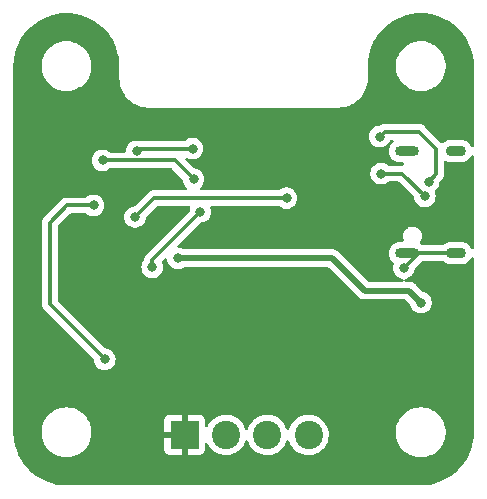
<source format=gbr>
%TF.GenerationSoftware,KiCad,Pcbnew,(6.0.6)*%
%TF.CreationDate,2023-03-25T21:06:23+13:00*%
%TF.ProjectId,remote_pcb,72656d6f-7465-45f7-9063-622e6b696361,rev?*%
%TF.SameCoordinates,Original*%
%TF.FileFunction,Copper,L2,Bot*%
%TF.FilePolarity,Positive*%
%FSLAX46Y46*%
G04 Gerber Fmt 4.6, Leading zero omitted, Abs format (unit mm)*
G04 Created by KiCad (PCBNEW (6.0.6)) date 2023-03-25 21:06:23*
%MOMM*%
%LPD*%
G01*
G04 APERTURE LIST*
%TA.AperFunction,ComponentPad*%
%ADD10R,2.400000X2.400000*%
%TD*%
%TA.AperFunction,ComponentPad*%
%ADD11C,2.400000*%
%TD*%
%TA.AperFunction,ComponentPad*%
%ADD12O,2.000000X0.900000*%
%TD*%
%TA.AperFunction,ComponentPad*%
%ADD13O,1.700000X0.900000*%
%TD*%
%TA.AperFunction,ViaPad*%
%ADD14C,0.800000*%
%TD*%
%TA.AperFunction,Conductor*%
%ADD15C,0.300000*%
%TD*%
%TA.AperFunction,Conductor*%
%ADD16C,0.500000*%
%TD*%
G04 APERTURE END LIST*
D10*
%TO.P,J2,1,Pin_1*%
%TO.N,GND*%
X164998400Y-88214200D03*
D11*
%TO.P,J2,2,Pin_2*%
%TO.N,DN*%
X168498400Y-88214200D03*
%TO.P,J2,3,Pin_3*%
%TO.N,UP*%
X171998400Y-88214200D03*
%TO.P,J2,4,Pin_4*%
%TO.N,+12V*%
X175498400Y-88214200D03*
%TD*%
D12*
%TO.P,J1,S1,SHIELD*%
%TO.N,unconnected-(J1-PadS1)*%
X183815400Y-72828800D03*
%TO.P,J1,S2,SHIELD*%
X183815400Y-64178800D03*
D13*
%TO.P,J1,S3,SHIELD*%
X187985400Y-72828800D03*
%TO.P,J1,S4,SHIELD*%
X187985400Y-64178800D03*
%TD*%
D14*
%TO.N,unconnected-(J1-PadS1)*%
X183565800Y-74091800D03*
%TO.N,GND*%
X158242000Y-69977000D03*
X156743400Y-64389000D03*
X173101000Y-76327000D03*
X166522400Y-76174600D03*
X181051200Y-82346800D03*
X174218600Y-84124800D03*
X169976800Y-62306200D03*
%TO.N,BOOT*%
X173634400Y-68173600D03*
X160807400Y-69773800D03*
%TO.N,Net-(R6-Pad2)*%
X165684200Y-63982600D03*
X160934400Y-64223700D03*
%TO.N,Net-(R8-Pad2)*%
X166344600Y-69316600D03*
X162255200Y-74041000D03*
%TO.N,+12V*%
X157302200Y-68783200D03*
X158242000Y-81813400D03*
%TO.N,CHIP_EN*%
X165760400Y-66573400D03*
X158064200Y-64973200D03*
%TO.N,+3.3V*%
X164439600Y-73279000D03*
X185013600Y-77012800D03*
%TO.N,VBUS*%
X181647800Y-66103800D03*
X185343800Y-68021200D03*
%TO.N,GND*%
X181965600Y-64744600D03*
%TO.N,Net-(J1-PadB5)*%
X181533800Y-62966600D03*
X185674000Y-66776600D03*
%TD*%
D15*
%TO.N,unconnected-(J1-PadS1)*%
X184828800Y-72828800D02*
X187985400Y-72828800D01*
X183565800Y-74091800D02*
X184828800Y-72828800D01*
%TO.N,GND*%
X172948600Y-76174600D02*
X173101000Y-76327000D01*
X166522400Y-76174600D02*
X172948600Y-76174600D01*
%TO.N,BOOT*%
X160807400Y-69773800D02*
X162407600Y-68173600D01*
X162407600Y-68173600D02*
X173634400Y-68173600D01*
%TO.N,Net-(R6-Pad2)*%
X161175500Y-63982600D02*
X165684200Y-63982600D01*
X160934400Y-64223700D02*
X161175500Y-63982600D01*
%TO.N,Net-(R8-Pad2)*%
X162255200Y-73406000D02*
X166344600Y-69316600D01*
X162255200Y-74041000D02*
X162255200Y-73406000D01*
%TO.N,+12V*%
X153593800Y-70256400D02*
X155067000Y-68783200D01*
X155067000Y-68783200D02*
X157302200Y-68783200D01*
X153593800Y-77165200D02*
X153593800Y-70256400D01*
X158242000Y-81813400D02*
X153593800Y-77165200D01*
%TO.N,CHIP_EN*%
X158064200Y-64973200D02*
X164160200Y-64973200D01*
X164160200Y-64973200D02*
X165760400Y-66573400D01*
D16*
%TO.N,+3.3V*%
X183997600Y-75996800D02*
X185013600Y-77012800D01*
X182829200Y-75996800D02*
X183997600Y-75996800D01*
X180238400Y-75996800D02*
X182829200Y-75996800D01*
X179705000Y-75463400D02*
X180238400Y-75996800D01*
X164439600Y-73279000D02*
X177520600Y-73279000D01*
X177520600Y-73279000D02*
X179705000Y-75463400D01*
D15*
%TO.N,VBUS*%
X183426400Y-66103800D02*
X181647800Y-66103800D01*
X185343800Y-68021200D02*
X183426400Y-66103800D01*
%TO.N,Net-(J1-PadB5)*%
X181940200Y-62560200D02*
X181533800Y-62966600D01*
X184861200Y-62560200D02*
X181940200Y-62560200D01*
X186283600Y-66167000D02*
X186283600Y-63982600D01*
X185674000Y-66776600D02*
X186283600Y-66167000D01*
X186283600Y-63982600D02*
X184861200Y-62560200D01*
%TD*%
%TA.AperFunction,Conductor*%
%TO.N,GND*%
G36*
X155408605Y-52527391D02*
G01*
X155420194Y-52528465D01*
X155819547Y-52584172D01*
X155830987Y-52586311D01*
X156223496Y-52678628D01*
X156234672Y-52681808D01*
X156425837Y-52745880D01*
X156616993Y-52809950D01*
X156627845Y-52814154D01*
X156996709Y-52977023D01*
X157007127Y-52982211D01*
X157359375Y-53178412D01*
X157369270Y-53184538D01*
X157701933Y-53412418D01*
X157711220Y-53419432D01*
X157945189Y-53613716D01*
X158021423Y-53677020D01*
X158030024Y-53684861D01*
X158315139Y-53969976D01*
X158322980Y-53978577D01*
X158580568Y-54288780D01*
X158587582Y-54298067D01*
X158815462Y-54630730D01*
X158821588Y-54640625D01*
X159017789Y-54992873D01*
X159022977Y-55003291D01*
X159185846Y-55372155D01*
X159190050Y-55383007D01*
X159318189Y-55765319D01*
X159321372Y-55776504D01*
X159383469Y-56040524D01*
X159413689Y-56169013D01*
X159415828Y-56180453D01*
X159471535Y-56579806D01*
X159472609Y-56591395D01*
X159489502Y-56956785D01*
X159488136Y-56981989D01*
X159487690Y-56984850D01*
X159487690Y-56984856D01*
X159486309Y-56993724D01*
X159487473Y-57002626D01*
X159487473Y-57002628D01*
X159490436Y-57025283D01*
X159491500Y-57041621D01*
X159491500Y-57950633D01*
X159490000Y-57970018D01*
X159487690Y-57984851D01*
X159487690Y-57984855D01*
X159486309Y-57993724D01*
X159487130Y-58000000D01*
X159486915Y-58000000D01*
X159487391Y-58007872D01*
X159487391Y-58007873D01*
X159500481Y-58224268D01*
X159505238Y-58302919D01*
X159559941Y-58601421D01*
X159650225Y-58891152D01*
X159774774Y-59167889D01*
X159931772Y-59427595D01*
X159934124Y-59430597D01*
X159934126Y-59430600D01*
X159980628Y-59489955D01*
X160118929Y-59666484D01*
X160333516Y-59881071D01*
X160572405Y-60068228D01*
X160749906Y-60175531D01*
X160828850Y-60223255D01*
X160828854Y-60223257D01*
X160832111Y-60225226D01*
X160970480Y-60287501D01*
X161105372Y-60348211D01*
X161105378Y-60348213D01*
X161108848Y-60349775D01*
X161398579Y-60440059D01*
X161697081Y-60494762D01*
X161700875Y-60494991D01*
X161700879Y-60494992D01*
X161833283Y-60503001D01*
X161969159Y-60511220D01*
X161982446Y-60512735D01*
X161987448Y-60513576D01*
X161993724Y-60513652D01*
X161995140Y-60513670D01*
X161995143Y-60513670D01*
X162000000Y-60513729D01*
X162027624Y-60509773D01*
X162045486Y-60508500D01*
X177946750Y-60508500D01*
X177967655Y-60510246D01*
X177982656Y-60512770D01*
X177982659Y-60512770D01*
X177987448Y-60513576D01*
X177993724Y-60513653D01*
X177995141Y-60513670D01*
X177995144Y-60513670D01*
X178000000Y-60513729D01*
X178004810Y-60513040D01*
X178007237Y-60512882D01*
X178012933Y-60512303D01*
X178299122Y-60494992D01*
X178299127Y-60494991D01*
X178302919Y-60494762D01*
X178601421Y-60440059D01*
X178891152Y-60349775D01*
X178894622Y-60348213D01*
X178894628Y-60348211D01*
X179029520Y-60287501D01*
X179167889Y-60225226D01*
X179171146Y-60223257D01*
X179171150Y-60223255D01*
X179250094Y-60175531D01*
X179427595Y-60068228D01*
X179666484Y-59881071D01*
X179881071Y-59666484D01*
X180019372Y-59489955D01*
X180065874Y-59430600D01*
X180065876Y-59430597D01*
X180068228Y-59427595D01*
X180225226Y-59167889D01*
X180349775Y-58891152D01*
X180440059Y-58601421D01*
X180494762Y-58302919D01*
X180499520Y-58224268D01*
X180511219Y-58030846D01*
X180512735Y-58017554D01*
X180513576Y-58012552D01*
X180513729Y-58000000D01*
X180509773Y-57972376D01*
X180508500Y-57954514D01*
X180508500Y-57132703D01*
X182890743Y-57132703D01*
X182928268Y-57417734D01*
X183004129Y-57695036D01*
X183005813Y-57698984D01*
X183114807Y-57954514D01*
X183116923Y-57959476D01*
X183264561Y-58206161D01*
X183444313Y-58430528D01*
X183652851Y-58628423D01*
X183886317Y-58796186D01*
X183890112Y-58798195D01*
X183890113Y-58798196D01*
X183911869Y-58809715D01*
X184140392Y-58930712D01*
X184410373Y-59029511D01*
X184691264Y-59090755D01*
X184719841Y-59093004D01*
X184914282Y-59108307D01*
X184914291Y-59108307D01*
X184916739Y-59108500D01*
X185072271Y-59108500D01*
X185074407Y-59108354D01*
X185074418Y-59108354D01*
X185282548Y-59094165D01*
X185282554Y-59094164D01*
X185286825Y-59093873D01*
X185291020Y-59093004D01*
X185291022Y-59093004D01*
X185427583Y-59064724D01*
X185568342Y-59035574D01*
X185839343Y-58939607D01*
X186094812Y-58807750D01*
X186098313Y-58805289D01*
X186098317Y-58805287D01*
X186212418Y-58725095D01*
X186330023Y-58642441D01*
X186540622Y-58446740D01*
X186722713Y-58224268D01*
X186872927Y-57979142D01*
X186988483Y-57715898D01*
X187067244Y-57439406D01*
X187107751Y-57154784D01*
X187107845Y-57136951D01*
X187109235Y-56871583D01*
X187109235Y-56871576D01*
X187109257Y-56867297D01*
X187071732Y-56582266D01*
X186995871Y-56304964D01*
X186937883Y-56169013D01*
X186884763Y-56044476D01*
X186884761Y-56044472D01*
X186883077Y-56040524D01*
X186735439Y-55793839D01*
X186555687Y-55569472D01*
X186347149Y-55371577D01*
X186157064Y-55234987D01*
X186117172Y-55206321D01*
X186117171Y-55206320D01*
X186113683Y-55203814D01*
X186091843Y-55192250D01*
X186068654Y-55179972D01*
X185859608Y-55069288D01*
X185679263Y-55003291D01*
X185593658Y-54971964D01*
X185593656Y-54971963D01*
X185589627Y-54970489D01*
X185308736Y-54909245D01*
X185277685Y-54906801D01*
X185085718Y-54891693D01*
X185085709Y-54891693D01*
X185083261Y-54891500D01*
X184927729Y-54891500D01*
X184925593Y-54891646D01*
X184925582Y-54891646D01*
X184717452Y-54905835D01*
X184717446Y-54905836D01*
X184713175Y-54906127D01*
X184708980Y-54906996D01*
X184708978Y-54906996D01*
X184572417Y-54935276D01*
X184431658Y-54964426D01*
X184160657Y-55060393D01*
X183905188Y-55192250D01*
X183901687Y-55194711D01*
X183901683Y-55194713D01*
X183787582Y-55274905D01*
X183669977Y-55357559D01*
X183459378Y-55553260D01*
X183277287Y-55775732D01*
X183127073Y-56020858D01*
X183125347Y-56024791D01*
X183125346Y-56024792D01*
X183059546Y-56174689D01*
X183011517Y-56284102D01*
X182932756Y-56560594D01*
X182892249Y-56845216D01*
X182892227Y-56849505D01*
X182892226Y-56849512D01*
X182891263Y-57033420D01*
X182890743Y-57132703D01*
X180508500Y-57132703D01*
X180508500Y-57053250D01*
X180510246Y-57032345D01*
X180512770Y-57017344D01*
X180512770Y-57017341D01*
X180513576Y-57012552D01*
X180513729Y-57000000D01*
X180511464Y-56984183D01*
X180510326Y-56960508D01*
X180527391Y-56591395D01*
X180528465Y-56579806D01*
X180584172Y-56180453D01*
X180586311Y-56169013D01*
X180616531Y-56040524D01*
X180678628Y-55776504D01*
X180681811Y-55765319D01*
X180809950Y-55383007D01*
X180814154Y-55372155D01*
X180977023Y-55003291D01*
X180982211Y-54992873D01*
X181178412Y-54640625D01*
X181184538Y-54630730D01*
X181412418Y-54298067D01*
X181419432Y-54288780D01*
X181677020Y-53978577D01*
X181684861Y-53969976D01*
X181969976Y-53684861D01*
X181978577Y-53677020D01*
X182054812Y-53613716D01*
X182288780Y-53419432D01*
X182298067Y-53412418D01*
X182630730Y-53184538D01*
X182640625Y-53178412D01*
X182992873Y-52982211D01*
X183003291Y-52977023D01*
X183372155Y-52814154D01*
X183383007Y-52809950D01*
X183574163Y-52745881D01*
X183765328Y-52681808D01*
X183776504Y-52678628D01*
X184169013Y-52586311D01*
X184180453Y-52584172D01*
X184579806Y-52528465D01*
X184591395Y-52527391D01*
X184994182Y-52508769D01*
X185005818Y-52508769D01*
X185408605Y-52527391D01*
X185420194Y-52528465D01*
X185819547Y-52584172D01*
X185830987Y-52586311D01*
X186223496Y-52678628D01*
X186234672Y-52681808D01*
X186425837Y-52745880D01*
X186616993Y-52809950D01*
X186627845Y-52814154D01*
X186996709Y-52977023D01*
X187007127Y-52982211D01*
X187359375Y-53178412D01*
X187369270Y-53184538D01*
X187701933Y-53412418D01*
X187711220Y-53419432D01*
X187945189Y-53613716D01*
X188021423Y-53677020D01*
X188030024Y-53684861D01*
X188315139Y-53969976D01*
X188322980Y-53978577D01*
X188580568Y-54288780D01*
X188587582Y-54298067D01*
X188815462Y-54630730D01*
X188821588Y-54640625D01*
X189017789Y-54992873D01*
X189022977Y-55003291D01*
X189185846Y-55372155D01*
X189190050Y-55383007D01*
X189318189Y-55765319D01*
X189321372Y-55776504D01*
X189383469Y-56040524D01*
X189413689Y-56169013D01*
X189415828Y-56180453D01*
X189471535Y-56579806D01*
X189472609Y-56591395D01*
X189489502Y-56956785D01*
X189488136Y-56981989D01*
X189487690Y-56984850D01*
X189487690Y-56984856D01*
X189486309Y-56993724D01*
X189487473Y-57002626D01*
X189487473Y-57002628D01*
X189490436Y-57025283D01*
X189491500Y-57041621D01*
X189491500Y-63704567D01*
X189471498Y-63772688D01*
X189417842Y-63819181D01*
X189347568Y-63829285D01*
X189282988Y-63799791D01*
X189252860Y-63760593D01*
X189251337Y-63756454D01*
X189179476Y-63640555D01*
X189152088Y-63596382D01*
X189152087Y-63596381D01*
X189148726Y-63590960D01*
X189014934Y-63449478D01*
X189002467Y-63440748D01*
X188860659Y-63341454D01*
X188855425Y-63337789D01*
X188767755Y-63299851D01*
X188682575Y-63262990D01*
X188682571Y-63262989D01*
X188676716Y-63260455D01*
X188670469Y-63259150D01*
X188670466Y-63259149D01*
X188490843Y-63221624D01*
X188490838Y-63221623D01*
X188486107Y-63220635D01*
X188479715Y-63220300D01*
X187536737Y-63220300D01*
X187467449Y-63227338D01*
X187398022Y-63234390D01*
X187398021Y-63234390D01*
X187391673Y-63235035D01*
X187352988Y-63247158D01*
X187211949Y-63291356D01*
X187211944Y-63291358D01*
X187205859Y-63293265D01*
X187130113Y-63335252D01*
X187041129Y-63384577D01*
X187041126Y-63384579D01*
X187035550Y-63387670D01*
X187030706Y-63391822D01*
X187030700Y-63391826D01*
X186900972Y-63503016D01*
X186836233Y-63532160D01*
X186766015Y-63521677D01*
X186738664Y-63504436D01*
X186731847Y-63498797D01*
X186723063Y-63490804D01*
X185384855Y-62152596D01*
X185376863Y-62143813D01*
X185376863Y-62143812D01*
X185372616Y-62137120D01*
X185320941Y-62088594D01*
X185318100Y-62085840D01*
X185297533Y-62065273D01*
X185294026Y-62062553D01*
X185285004Y-62054847D01*
X185251333Y-62023228D01*
X185244381Y-62019406D01*
X185232542Y-62012897D01*
X185216018Y-62002043D01*
X185205332Y-61993755D01*
X185199068Y-61988896D01*
X185191796Y-61985749D01*
X185191794Y-61985748D01*
X185156665Y-61970546D01*
X185146005Y-61965324D01*
X185112484Y-61946895D01*
X185112482Y-61946894D01*
X185105537Y-61943076D01*
X185084759Y-61937741D01*
X185066069Y-61931342D01*
X185046376Y-61922820D01*
X185000752Y-61915594D01*
X184989129Y-61913187D01*
X184954861Y-61904389D01*
X184944388Y-61901700D01*
X184922941Y-61901700D01*
X184903231Y-61900149D01*
X184889877Y-61898034D01*
X184882048Y-61896794D01*
X184836059Y-61901141D01*
X184824204Y-61901700D01*
X182022256Y-61901700D01*
X182010400Y-61901141D01*
X182010397Y-61901141D01*
X182002663Y-61899412D01*
X181947646Y-61901141D01*
X181931831Y-61901638D01*
X181927873Y-61901700D01*
X181898768Y-61901700D01*
X181894368Y-61902256D01*
X181882536Y-61903188D01*
X181836369Y-61904638D01*
X181815779Y-61910620D01*
X181796418Y-61914630D01*
X181789430Y-61915512D01*
X181782996Y-61916325D01*
X181782995Y-61916325D01*
X181775136Y-61917318D01*
X181767771Y-61920234D01*
X181767767Y-61920235D01*
X181732179Y-61934326D01*
X181720969Y-61938165D01*
X181676600Y-61951055D01*
X181658143Y-61961971D01*
X181640393Y-61970666D01*
X181620444Y-61978565D01*
X181614033Y-61983223D01*
X181614031Y-61983224D01*
X181583064Y-62005723D01*
X181573146Y-62012238D01*
X181533394Y-62035748D01*
X181532731Y-62034627D01*
X181474196Y-62057607D01*
X181463059Y-62058100D01*
X181438313Y-62058100D01*
X181431861Y-62059472D01*
X181431856Y-62059472D01*
X181344912Y-62077953D01*
X181251512Y-62097806D01*
X181245482Y-62100491D01*
X181245481Y-62100491D01*
X181083078Y-62172797D01*
X181083076Y-62172798D01*
X181077048Y-62175482D01*
X180922547Y-62287734D01*
X180794760Y-62429656D01*
X180699273Y-62595044D01*
X180640258Y-62776672D01*
X180620296Y-62966600D01*
X180620986Y-62973165D01*
X180635624Y-63112434D01*
X180640258Y-63156528D01*
X180699273Y-63338156D01*
X180702576Y-63343878D01*
X180702577Y-63343879D01*
X180710494Y-63357591D01*
X180794760Y-63503544D01*
X180799178Y-63508451D01*
X180799179Y-63508452D01*
X180918125Y-63640555D01*
X180922547Y-63645466D01*
X180979378Y-63686756D01*
X181067839Y-63751027D01*
X181077048Y-63757718D01*
X181083076Y-63760402D01*
X181083078Y-63760403D01*
X181237791Y-63829285D01*
X181251512Y-63835394D01*
X181330314Y-63852144D01*
X181431856Y-63873728D01*
X181431861Y-63873728D01*
X181438313Y-63875100D01*
X181629287Y-63875100D01*
X181635739Y-63873728D01*
X181635744Y-63873728D01*
X181737286Y-63852144D01*
X181816088Y-63835394D01*
X181829809Y-63829285D01*
X181984522Y-63760403D01*
X181984524Y-63760402D01*
X181990552Y-63757718D01*
X181999762Y-63751027D01*
X182088222Y-63686756D01*
X182145053Y-63645466D01*
X182230970Y-63550045D01*
X182291415Y-63512807D01*
X182300257Y-63512975D01*
X182305933Y-63449034D01*
X182314098Y-63432083D01*
X182365023Y-63343879D01*
X182365024Y-63343878D01*
X182368327Y-63338156D01*
X182378852Y-63305762D01*
X182418926Y-63247158D01*
X182484323Y-63219521D01*
X182498685Y-63218700D01*
X182572068Y-63218700D01*
X182640189Y-63238702D01*
X182686682Y-63292358D01*
X182696786Y-63362632D01*
X182667292Y-63427212D01*
X182654066Y-63440368D01*
X182647711Y-63445815D01*
X182567702Y-63514391D01*
X182563791Y-63519433D01*
X182563790Y-63519434D01*
X182522776Y-63572309D01*
X182465220Y-63613876D01*
X182447911Y-63614816D01*
X182449641Y-63618803D01*
X182437659Y-63689987D01*
X182365203Y-63837236D01*
X182365200Y-63837244D01*
X182362382Y-63842971D01*
X182360773Y-63849149D01*
X182360772Y-63849151D01*
X182359993Y-63852144D01*
X182313298Y-64031407D01*
X182312964Y-64037786D01*
X182305402Y-64182082D01*
X182303107Y-64225864D01*
X182332225Y-64418399D01*
X182334428Y-64424385D01*
X182334429Y-64424391D01*
X182397260Y-64595160D01*
X182397262Y-64595165D01*
X182399463Y-64601146D01*
X182502074Y-64766640D01*
X182635866Y-64908122D01*
X182641096Y-64911784D01*
X182641097Y-64911785D01*
X182724137Y-64969930D01*
X182795375Y-65019811D01*
X182801238Y-65022348D01*
X182968225Y-65094610D01*
X182968229Y-65094611D01*
X182974084Y-65097145D01*
X182980331Y-65098450D01*
X182980334Y-65098451D01*
X183159957Y-65135976D01*
X183159962Y-65135977D01*
X183164693Y-65136965D01*
X183171085Y-65137300D01*
X183438182Y-65137300D01*
X183506303Y-65157302D01*
X183552796Y-65210958D01*
X183562900Y-65281232D01*
X183556881Y-65305566D01*
X183540889Y-65350479D01*
X183537945Y-65358746D01*
X183496251Y-65416210D01*
X183431104Y-65441920D01*
X183401259Y-65444741D01*
X183389404Y-65445300D01*
X182328024Y-65445300D01*
X182259903Y-65425298D01*
X182253963Y-65421236D01*
X182253709Y-65421051D01*
X182201926Y-65383429D01*
X182109894Y-65316563D01*
X182109893Y-65316562D01*
X182104552Y-65312682D01*
X182098524Y-65309998D01*
X182098522Y-65309997D01*
X181936119Y-65237691D01*
X181936118Y-65237691D01*
X181930088Y-65235006D01*
X181816952Y-65210958D01*
X181749744Y-65196672D01*
X181749739Y-65196672D01*
X181743287Y-65195300D01*
X181552313Y-65195300D01*
X181545861Y-65196672D01*
X181545856Y-65196672D01*
X181478648Y-65210958D01*
X181365512Y-65235006D01*
X181359482Y-65237691D01*
X181359481Y-65237691D01*
X181197078Y-65309997D01*
X181197076Y-65309998D01*
X181191048Y-65312682D01*
X181036547Y-65424934D01*
X180908760Y-65566856D01*
X180813273Y-65732244D01*
X180754258Y-65913872D01*
X180753568Y-65920433D01*
X180753568Y-65920435D01*
X180741890Y-66031548D01*
X180734296Y-66103800D01*
X180734986Y-66110365D01*
X180743953Y-66195677D01*
X180754258Y-66293728D01*
X180813273Y-66475356D01*
X180908760Y-66640744D01*
X180913178Y-66645651D01*
X180913179Y-66645652D01*
X180942680Y-66678416D01*
X181036547Y-66782666D01*
X181191048Y-66894918D01*
X181197076Y-66897602D01*
X181197078Y-66897603D01*
X181337144Y-66959964D01*
X181365512Y-66972594D01*
X181458913Y-66992447D01*
X181545856Y-67010928D01*
X181545861Y-67010928D01*
X181552313Y-67012300D01*
X181743287Y-67012300D01*
X181749739Y-67010928D01*
X181749744Y-67010928D01*
X181836687Y-66992447D01*
X181930088Y-66972594D01*
X181958456Y-66959964D01*
X182098522Y-66897603D01*
X182098524Y-66897602D01*
X182104552Y-66894918D01*
X182179020Y-66840814D01*
X182240093Y-66796441D01*
X182253963Y-66786364D01*
X182320831Y-66762506D01*
X182328024Y-66762300D01*
X183101450Y-66762300D01*
X183169571Y-66782302D01*
X183190545Y-66799205D01*
X184400830Y-68009490D01*
X184434856Y-68071802D01*
X184437044Y-68085411D01*
X184450258Y-68211128D01*
X184509273Y-68392756D01*
X184604760Y-68558144D01*
X184609178Y-68563051D01*
X184609179Y-68563052D01*
X184636389Y-68593272D01*
X184732547Y-68700066D01*
X184739099Y-68704826D01*
X184856007Y-68789765D01*
X184887048Y-68812318D01*
X184893076Y-68815002D01*
X184893078Y-68815003D01*
X185055481Y-68887309D01*
X185061512Y-68889994D01*
X185154912Y-68909847D01*
X185241856Y-68928328D01*
X185241861Y-68928328D01*
X185248313Y-68929700D01*
X185439287Y-68929700D01*
X185445739Y-68928328D01*
X185445744Y-68928328D01*
X185532688Y-68909847D01*
X185626088Y-68889994D01*
X185632119Y-68887309D01*
X185794522Y-68815003D01*
X185794524Y-68815002D01*
X185800552Y-68812318D01*
X185831594Y-68789765D01*
X185948501Y-68704826D01*
X185955053Y-68700066D01*
X186051211Y-68593272D01*
X186078421Y-68563052D01*
X186078422Y-68563051D01*
X186082840Y-68558144D01*
X186178327Y-68392756D01*
X186237342Y-68211128D01*
X186241239Y-68174055D01*
X186256614Y-68027765D01*
X186257304Y-68021200D01*
X186254244Y-67992082D01*
X186238032Y-67837835D01*
X186238032Y-67837833D01*
X186237342Y-67831272D01*
X186178327Y-67649644D01*
X186179275Y-67649336D01*
X186170632Y-67584888D01*
X186200736Y-67520590D01*
X186221114Y-67502066D01*
X186279905Y-67459353D01*
X186279913Y-67459346D01*
X186285253Y-67455466D01*
X186413040Y-67313544D01*
X186508527Y-67148156D01*
X186552670Y-67012300D01*
X186565502Y-66972807D01*
X186565502Y-66972805D01*
X186567542Y-66966528D01*
X186580755Y-66840813D01*
X186607768Y-66775158D01*
X186616970Y-66764890D01*
X186691205Y-66690655D01*
X186699985Y-66682665D01*
X186699987Y-66682663D01*
X186706680Y-66678416D01*
X186755205Y-66626742D01*
X186757959Y-66623901D01*
X186778527Y-66603333D01*
X186781247Y-66599826D01*
X186788953Y-66590804D01*
X186820572Y-66557133D01*
X186829260Y-66541330D01*
X186830903Y-66538342D01*
X186841757Y-66521818D01*
X186850045Y-66511132D01*
X186854904Y-66504868D01*
X186858052Y-66497594D01*
X186873254Y-66462465D01*
X186878476Y-66451805D01*
X186896905Y-66418284D01*
X186896906Y-66418282D01*
X186900724Y-66411337D01*
X186906059Y-66390559D01*
X186912458Y-66371869D01*
X186920980Y-66352176D01*
X186928206Y-66306552D01*
X186930613Y-66294929D01*
X186940128Y-66257868D01*
X186942100Y-66250188D01*
X186942100Y-66228741D01*
X186943651Y-66209031D01*
X186945766Y-66195677D01*
X186947006Y-66187848D01*
X186942659Y-66141859D01*
X186942100Y-66130004D01*
X186942100Y-65136645D01*
X186962102Y-65068524D01*
X187015758Y-65022031D01*
X187086032Y-65011927D01*
X187118140Y-65021008D01*
X187288225Y-65094610D01*
X187288229Y-65094611D01*
X187294084Y-65097145D01*
X187300331Y-65098450D01*
X187300334Y-65098451D01*
X187479957Y-65135976D01*
X187479962Y-65135977D01*
X187484693Y-65136965D01*
X187491085Y-65137300D01*
X188434063Y-65137300D01*
X188503351Y-65130262D01*
X188572778Y-65123210D01*
X188572779Y-65123210D01*
X188579127Y-65122565D01*
X188660243Y-65097145D01*
X188758851Y-65066244D01*
X188758856Y-65066242D01*
X188764941Y-65064335D01*
X188864790Y-65008987D01*
X188929671Y-64973023D01*
X188929674Y-64973021D01*
X188935250Y-64969930D01*
X188940091Y-64965781D01*
X188940095Y-64965778D01*
X189078255Y-64847360D01*
X189083098Y-64843209D01*
X189202446Y-64689347D01*
X189205266Y-64683617D01*
X189205268Y-64683613D01*
X189252446Y-64587736D01*
X189300468Y-64535445D01*
X189369138Y-64517419D01*
X189436653Y-64539379D01*
X189481577Y-64594355D01*
X189491500Y-64643366D01*
X189491500Y-72354567D01*
X189471498Y-72422688D01*
X189417842Y-72469181D01*
X189347568Y-72479285D01*
X189282988Y-72449791D01*
X189252860Y-72410593D01*
X189251337Y-72406454D01*
X189193521Y-72313206D01*
X189152088Y-72246382D01*
X189152087Y-72246381D01*
X189148726Y-72240960D01*
X189014934Y-72099478D01*
X188855425Y-71987789D01*
X188779164Y-71954788D01*
X188682575Y-71912990D01*
X188682571Y-71912989D01*
X188676716Y-71910455D01*
X188670469Y-71909150D01*
X188670466Y-71909149D01*
X188490843Y-71871624D01*
X188490838Y-71871623D01*
X188486107Y-71870635D01*
X188479715Y-71870300D01*
X187536737Y-71870300D01*
X187467449Y-71877338D01*
X187398022Y-71884390D01*
X187398021Y-71884390D01*
X187391673Y-71885035D01*
X187348077Y-71898697D01*
X187211949Y-71941356D01*
X187211944Y-71941358D01*
X187205859Y-71943265D01*
X187130113Y-71985252D01*
X187041129Y-72034577D01*
X187041126Y-72034579D01*
X187035550Y-72037670D01*
X187030709Y-72041819D01*
X187030705Y-72041822D01*
X186916197Y-72139968D01*
X186851458Y-72169112D01*
X186834199Y-72170300D01*
X185116171Y-72170300D01*
X185048050Y-72150298D01*
X185024623Y-72130873D01*
X184999321Y-72104117D01*
X184999319Y-72104115D01*
X184994934Y-72099478D01*
X184968350Y-72080864D01*
X184924023Y-72025408D01*
X184916714Y-71954788D01*
X184940018Y-71903955D01*
X184939482Y-71903615D01*
X184941973Y-71899691D01*
X184941975Y-71899687D01*
X184951274Y-71885035D01*
X185032894Y-71756420D01*
X185036673Y-71750466D01*
X185053327Y-71703695D01*
X185095157Y-71586225D01*
X185095158Y-71586220D01*
X185097519Y-71579590D01*
X185118996Y-71399480D01*
X185100036Y-71219088D01*
X185041582Y-71047379D01*
X184946538Y-70892888D01*
X184941607Y-70887853D01*
X184941605Y-70887850D01*
X184824557Y-70768325D01*
X184824556Y-70768324D01*
X184819629Y-70763293D01*
X184667162Y-70665035D01*
X184660542Y-70662626D01*
X184660539Y-70662624D01*
X184503334Y-70605406D01*
X184503333Y-70605406D01*
X184496715Y-70602997D01*
X184356631Y-70585300D01*
X184259790Y-70585300D01*
X184125145Y-70600403D01*
X184118492Y-70602720D01*
X184118491Y-70602720D01*
X183960506Y-70657736D01*
X183960503Y-70657738D01*
X183953848Y-70660055D01*
X183947869Y-70663791D01*
X183939767Y-70668854D01*
X183800024Y-70756174D01*
X183795028Y-70761135D01*
X183795027Y-70761136D01*
X183676315Y-70879022D01*
X183676312Y-70879026D01*
X183671318Y-70883985D01*
X183574127Y-71037134D01*
X183571762Y-71043776D01*
X183515643Y-71201375D01*
X183515642Y-71201380D01*
X183513281Y-71208010D01*
X183491804Y-71388120D01*
X183510764Y-71568512D01*
X183516794Y-71586225D01*
X183556784Y-71703695D01*
X183559802Y-71774627D01*
X183523992Y-71835931D01*
X183460723Y-71868142D01*
X183437506Y-71870300D01*
X183216737Y-71870300D01*
X183147449Y-71877338D01*
X183078022Y-71884390D01*
X183078021Y-71884390D01*
X183071673Y-71885035D01*
X183028077Y-71898697D01*
X182891949Y-71941356D01*
X182891944Y-71941358D01*
X182885859Y-71943265D01*
X182810113Y-71985252D01*
X182721129Y-72034577D01*
X182721126Y-72034579D01*
X182715550Y-72037670D01*
X182710709Y-72041819D01*
X182710705Y-72041822D01*
X182578186Y-72155405D01*
X182567702Y-72164391D01*
X182448354Y-72318253D01*
X182445538Y-72323976D01*
X182445536Y-72323979D01*
X182383629Y-72449791D01*
X182362382Y-72492971D01*
X182360773Y-72499149D01*
X182360772Y-72499151D01*
X182323129Y-72643667D01*
X182313298Y-72681407D01*
X182303107Y-72875864D01*
X182332225Y-73068399D01*
X182334428Y-73074385D01*
X182334429Y-73074391D01*
X182397260Y-73245160D01*
X182397262Y-73245165D01*
X182399463Y-73251146D01*
X182425641Y-73293366D01*
X182482551Y-73385152D01*
X182502074Y-73416640D01*
X182635866Y-73558122D01*
X182664953Y-73578489D01*
X182680130Y-73589116D01*
X182724458Y-73644573D01*
X182731767Y-73715192D01*
X182727692Y-73731265D01*
X182672258Y-73901872D01*
X182652296Y-74091800D01*
X182652986Y-74098365D01*
X182667579Y-74237206D01*
X182672258Y-74281728D01*
X182731273Y-74463356D01*
X182826760Y-74628744D01*
X182831178Y-74633651D01*
X182831179Y-74633652D01*
X182912303Y-74723749D01*
X182954547Y-74770666D01*
X183109048Y-74882918D01*
X183115076Y-74885602D01*
X183115078Y-74885603D01*
X183258594Y-74949500D01*
X183283512Y-74960594D01*
X183401710Y-74985718D01*
X183417400Y-74989053D01*
X183479873Y-75022782D01*
X183514195Y-75084931D01*
X183509467Y-75155770D01*
X183467191Y-75212808D01*
X183400790Y-75237935D01*
X183391203Y-75238300D01*
X180604771Y-75238300D01*
X180536650Y-75218298D01*
X180515676Y-75201395D01*
X178104370Y-72790089D01*
X178091984Y-72775677D01*
X178083451Y-72764082D01*
X178083446Y-72764077D01*
X178079108Y-72758182D01*
X178073530Y-72753443D01*
X178073527Y-72753440D01*
X178038832Y-72723965D01*
X178031316Y-72717035D01*
X178025621Y-72711340D01*
X178019480Y-72706482D01*
X178003349Y-72693719D01*
X177999945Y-72690928D01*
X177949897Y-72648409D01*
X177949895Y-72648408D01*
X177944315Y-72643667D01*
X177937799Y-72640339D01*
X177932750Y-72636972D01*
X177927621Y-72633805D01*
X177921884Y-72629266D01*
X177855725Y-72598345D01*
X177851825Y-72596439D01*
X177786792Y-72563231D01*
X177779684Y-72561492D01*
X177774041Y-72559393D01*
X177768278Y-72557476D01*
X177761650Y-72554378D01*
X177690183Y-72539513D01*
X177685899Y-72538543D01*
X177614990Y-72521192D01*
X177609388Y-72520844D01*
X177609385Y-72520844D01*
X177603836Y-72520500D01*
X177603838Y-72520464D01*
X177599845Y-72520225D01*
X177595653Y-72519851D01*
X177588485Y-72518360D01*
X177522275Y-72520151D01*
X177511079Y-72520454D01*
X177507672Y-72520500D01*
X164982187Y-72520500D01*
X164908128Y-72496437D01*
X164901698Y-72491765D01*
X164901691Y-72491761D01*
X164896352Y-72487882D01*
X164890324Y-72485198D01*
X164890322Y-72485197D01*
X164727919Y-72412891D01*
X164727918Y-72412891D01*
X164721888Y-72410206D01*
X164628487Y-72390353D01*
X164541544Y-72371872D01*
X164541539Y-72371872D01*
X164535087Y-72370500D01*
X164526150Y-72370500D01*
X164524849Y-72370118D01*
X164521918Y-72369810D01*
X164521974Y-72369274D01*
X164458029Y-72350498D01*
X164411536Y-72296842D01*
X164401432Y-72226568D01*
X164430926Y-72161988D01*
X164437055Y-72155405D01*
X166330455Y-70262005D01*
X166392767Y-70227979D01*
X166419550Y-70225100D01*
X166440087Y-70225100D01*
X166446539Y-70223728D01*
X166446544Y-70223728D01*
X166536644Y-70204576D01*
X166626888Y-70185394D01*
X166632919Y-70182709D01*
X166795322Y-70110403D01*
X166795324Y-70110402D01*
X166801352Y-70107718D01*
X166851582Y-70071224D01*
X166904423Y-70032832D01*
X166955853Y-69995466D01*
X167030765Y-69912268D01*
X167079221Y-69858452D01*
X167079222Y-69858451D01*
X167083640Y-69853544D01*
X167149562Y-69739364D01*
X167175823Y-69693879D01*
X167175824Y-69693878D01*
X167179127Y-69688156D01*
X167238142Y-69506528D01*
X167242427Y-69465764D01*
X167257414Y-69323165D01*
X167258104Y-69316600D01*
X167238142Y-69126672D01*
X167196020Y-68997035D01*
X167193992Y-68926069D01*
X167230655Y-68865271D01*
X167294367Y-68833946D01*
X167315853Y-68832100D01*
X172954176Y-68832100D01*
X173022297Y-68852102D01*
X173028234Y-68856162D01*
X173177648Y-68964718D01*
X173183676Y-68967402D01*
X173183678Y-68967403D01*
X173346081Y-69039709D01*
X173352112Y-69042394D01*
X173445512Y-69062247D01*
X173532456Y-69080728D01*
X173532461Y-69080728D01*
X173538913Y-69082100D01*
X173729887Y-69082100D01*
X173736339Y-69080728D01*
X173736344Y-69080728D01*
X173823288Y-69062247D01*
X173916688Y-69042394D01*
X173922719Y-69039709D01*
X174085122Y-68967403D01*
X174085124Y-68967402D01*
X174091152Y-68964718D01*
X174245653Y-68852466D01*
X174261398Y-68834979D01*
X174369021Y-68715452D01*
X174369022Y-68715451D01*
X174373440Y-68710544D01*
X174458595Y-68563052D01*
X174465623Y-68550879D01*
X174465624Y-68550878D01*
X174468927Y-68545156D01*
X174527942Y-68363528D01*
X174534045Y-68305467D01*
X174547214Y-68180165D01*
X174547904Y-68173600D01*
X174542823Y-68125255D01*
X174528632Y-67990235D01*
X174528632Y-67990233D01*
X174527942Y-67983672D01*
X174468927Y-67802044D01*
X174373440Y-67636656D01*
X174306438Y-67562242D01*
X174250075Y-67499645D01*
X174250074Y-67499644D01*
X174245653Y-67494734D01*
X174091152Y-67382482D01*
X174085124Y-67379798D01*
X174085122Y-67379797D01*
X173922719Y-67307491D01*
X173922718Y-67307491D01*
X173916688Y-67304806D01*
X173823288Y-67284953D01*
X173736344Y-67266472D01*
X173736339Y-67266472D01*
X173729887Y-67265100D01*
X173538913Y-67265100D01*
X173532461Y-67266472D01*
X173532456Y-67266472D01*
X173445512Y-67284953D01*
X173352112Y-67304806D01*
X173346082Y-67307491D01*
X173346081Y-67307491D01*
X173183678Y-67379797D01*
X173183676Y-67379798D01*
X173177648Y-67382482D01*
X173028492Y-67490851D01*
X173028237Y-67491036D01*
X172961369Y-67514894D01*
X172954176Y-67515100D01*
X166397681Y-67515100D01*
X166329560Y-67495098D01*
X166283067Y-67441442D01*
X166272963Y-67371168D01*
X166302457Y-67306588D01*
X166323620Y-67287164D01*
X166366309Y-67256149D01*
X166366311Y-67256147D01*
X166371653Y-67252266D01*
X166499440Y-67110344D01*
X166580520Y-66969909D01*
X166591623Y-66950679D01*
X166591624Y-66950678D01*
X166594927Y-66944956D01*
X166653942Y-66763328D01*
X166668298Y-66626743D01*
X166673214Y-66579965D01*
X166673904Y-66573400D01*
X166668483Y-66521818D01*
X166654632Y-66390035D01*
X166654632Y-66390033D01*
X166653942Y-66383472D01*
X166594927Y-66201844D01*
X166591367Y-66195677D01*
X166502741Y-66042174D01*
X166499440Y-66036456D01*
X166440023Y-65970466D01*
X166376075Y-65899445D01*
X166376074Y-65899444D01*
X166371653Y-65894534D01*
X166251633Y-65807334D01*
X166222494Y-65786163D01*
X166222493Y-65786162D01*
X166217152Y-65782282D01*
X166211124Y-65779598D01*
X166211122Y-65779597D01*
X166048719Y-65707291D01*
X166048718Y-65707291D01*
X166042688Y-65704606D01*
X165949288Y-65684753D01*
X165862344Y-65666272D01*
X165862339Y-65666272D01*
X165855887Y-65664900D01*
X165835350Y-65664900D01*
X165767229Y-65644898D01*
X165746255Y-65627995D01*
X165103464Y-64985204D01*
X165069438Y-64922892D01*
X165074503Y-64852077D01*
X165117050Y-64795241D01*
X165183570Y-64770430D01*
X165243808Y-64781002D01*
X165392863Y-64847365D01*
X165401912Y-64851394D01*
X165495312Y-64871247D01*
X165582256Y-64889728D01*
X165582261Y-64889728D01*
X165588713Y-64891100D01*
X165779687Y-64891100D01*
X165786139Y-64889728D01*
X165786144Y-64889728D01*
X165873088Y-64871247D01*
X165966488Y-64851394D01*
X165972519Y-64848709D01*
X166134922Y-64776403D01*
X166134924Y-64776402D01*
X166140952Y-64773718D01*
X166295453Y-64661466D01*
X166423240Y-64519544D01*
X166518727Y-64354156D01*
X166577742Y-64172528D01*
X166582030Y-64131736D01*
X166597014Y-63989165D01*
X166597704Y-63982600D01*
X166591419Y-63922800D01*
X166578432Y-63799235D01*
X166578432Y-63799233D01*
X166577742Y-63792672D01*
X166518727Y-63611044D01*
X166507132Y-63590960D01*
X166453360Y-63497826D01*
X166423240Y-63445656D01*
X166341529Y-63354906D01*
X166299875Y-63308645D01*
X166299874Y-63308644D01*
X166295453Y-63303734D01*
X166180733Y-63220385D01*
X166146294Y-63195363D01*
X166146293Y-63195362D01*
X166140952Y-63191482D01*
X166134924Y-63188798D01*
X166134922Y-63188797D01*
X165972519Y-63116491D01*
X165972518Y-63116491D01*
X165966488Y-63113806D01*
X165873088Y-63093953D01*
X165786144Y-63075472D01*
X165786139Y-63075472D01*
X165779687Y-63074100D01*
X165588713Y-63074100D01*
X165582261Y-63075472D01*
X165582256Y-63075472D01*
X165495312Y-63093953D01*
X165401912Y-63113806D01*
X165395882Y-63116491D01*
X165395881Y-63116491D01*
X165233478Y-63188797D01*
X165233476Y-63188798D01*
X165227448Y-63191482D01*
X165222107Y-63195362D01*
X165222106Y-63195363D01*
X165150817Y-63247158D01*
X165078292Y-63299851D01*
X165078037Y-63300036D01*
X165011169Y-63323894D01*
X165003976Y-63324100D01*
X161257559Y-63324100D01*
X161245703Y-63323541D01*
X161237963Y-63321811D01*
X161230037Y-63322060D01*
X161230036Y-63322060D01*
X161167111Y-63324038D01*
X161163153Y-63324100D01*
X161134068Y-63324100D01*
X161130137Y-63324597D01*
X161130130Y-63324597D01*
X161129679Y-63324654D01*
X161117842Y-63325587D01*
X161099027Y-63326178D01*
X161068874Y-63323487D01*
X161036344Y-63316572D01*
X161036340Y-63316572D01*
X161029887Y-63315200D01*
X160838913Y-63315200D01*
X160832461Y-63316572D01*
X160832456Y-63316572D01*
X160760468Y-63331874D01*
X160652112Y-63354906D01*
X160646082Y-63357591D01*
X160646081Y-63357591D01*
X160483678Y-63429897D01*
X160483676Y-63429898D01*
X160477648Y-63432582D01*
X160472307Y-63436462D01*
X160472306Y-63436463D01*
X160459653Y-63445656D01*
X160323147Y-63544834D01*
X160318726Y-63549744D01*
X160318725Y-63549745D01*
X160232538Y-63645466D01*
X160195360Y-63686756D01*
X160192059Y-63692474D01*
X160108752Y-63836766D01*
X160099873Y-63852144D01*
X160040858Y-64033772D01*
X160040168Y-64040333D01*
X160040168Y-64040335D01*
X160023190Y-64201871D01*
X159996177Y-64267527D01*
X159937955Y-64308157D01*
X159897880Y-64314700D01*
X158744424Y-64314700D01*
X158676303Y-64294698D01*
X158670363Y-64290636D01*
X158670109Y-64290451D01*
X158613356Y-64249218D01*
X158526294Y-64185963D01*
X158526293Y-64185962D01*
X158520952Y-64182082D01*
X158514924Y-64179398D01*
X158514922Y-64179397D01*
X158352519Y-64107091D01*
X158352518Y-64107091D01*
X158346488Y-64104406D01*
X158253088Y-64084553D01*
X158166144Y-64066072D01*
X158166139Y-64066072D01*
X158159687Y-64064700D01*
X157968713Y-64064700D01*
X157962261Y-64066072D01*
X157962256Y-64066072D01*
X157875312Y-64084553D01*
X157781912Y-64104406D01*
X157775882Y-64107091D01*
X157775881Y-64107091D01*
X157613478Y-64179397D01*
X157613476Y-64179398D01*
X157607448Y-64182082D01*
X157452947Y-64294334D01*
X157448526Y-64299244D01*
X157448525Y-64299245D01*
X157346924Y-64412085D01*
X157325160Y-64436256D01*
X157321859Y-64441974D01*
X157233417Y-64595160D01*
X157229673Y-64601644D01*
X157170658Y-64783272D01*
X157169968Y-64789833D01*
X157169968Y-64789835D01*
X157151476Y-64965778D01*
X157150696Y-64973200D01*
X157151386Y-64979765D01*
X157167875Y-65136645D01*
X157170658Y-65163128D01*
X157229673Y-65344756D01*
X157325160Y-65510144D01*
X157452947Y-65652066D01*
X157607448Y-65764318D01*
X157613476Y-65767002D01*
X157613478Y-65767003D01*
X157775881Y-65839309D01*
X157781912Y-65841994D01*
X157875312Y-65861847D01*
X157962256Y-65880328D01*
X157962261Y-65880328D01*
X157968713Y-65881700D01*
X158159687Y-65881700D01*
X158166139Y-65880328D01*
X158166144Y-65880328D01*
X158253088Y-65861847D01*
X158346488Y-65841994D01*
X158352519Y-65839309D01*
X158514922Y-65767003D01*
X158514924Y-65767002D01*
X158520952Y-65764318D01*
X158556448Y-65738529D01*
X158655900Y-65666272D01*
X158670363Y-65655764D01*
X158737231Y-65631906D01*
X158744424Y-65631700D01*
X163835250Y-65631700D01*
X163903371Y-65651702D01*
X163924345Y-65668605D01*
X164817430Y-66561690D01*
X164851456Y-66624002D01*
X164853644Y-66637611D01*
X164866858Y-66763328D01*
X164868898Y-66769605D01*
X164868898Y-66769607D01*
X164873023Y-66782302D01*
X164925873Y-66944956D01*
X164929176Y-66950678D01*
X164929177Y-66950679D01*
X164940280Y-66969909D01*
X165021360Y-67110344D01*
X165149147Y-67252266D01*
X165154489Y-67256147D01*
X165154491Y-67256149D01*
X165197180Y-67287164D01*
X165240534Y-67343386D01*
X165246609Y-67414122D01*
X165213478Y-67476914D01*
X165151658Y-67511825D01*
X165123119Y-67515100D01*
X162489660Y-67515100D01*
X162477803Y-67514541D01*
X162470063Y-67512811D01*
X162462138Y-67513060D01*
X162462137Y-67513060D01*
X162399199Y-67515038D01*
X162395241Y-67515100D01*
X162366168Y-67515100D01*
X162362234Y-67515597D01*
X162362232Y-67515597D01*
X162361789Y-67515653D01*
X162349954Y-67516585D01*
X162317164Y-67517616D01*
X162311689Y-67517788D01*
X162311688Y-67517788D01*
X162303769Y-67518037D01*
X162284044Y-67523768D01*
X162283171Y-67524021D01*
X162263818Y-67528029D01*
X162260343Y-67528468D01*
X162242536Y-67530718D01*
X162235168Y-67533635D01*
X162235165Y-67533636D01*
X162199582Y-67547725D01*
X162188347Y-67551571D01*
X162151616Y-67562242D01*
X162151613Y-67562243D01*
X162144000Y-67564455D01*
X162125535Y-67575375D01*
X162107795Y-67584066D01*
X162087844Y-67591965D01*
X162050474Y-67619116D01*
X162040552Y-67625633D01*
X162007623Y-67645107D01*
X162007619Y-67645110D01*
X162000793Y-67649147D01*
X161985629Y-67664311D01*
X161970596Y-67677151D01*
X161953243Y-67689759D01*
X161923798Y-67725352D01*
X161915808Y-67734132D01*
X160821545Y-68828395D01*
X160759233Y-68862421D01*
X160732450Y-68865300D01*
X160711913Y-68865300D01*
X160705461Y-68866672D01*
X160705456Y-68866672D01*
X160618513Y-68885153D01*
X160525112Y-68905006D01*
X160519082Y-68907691D01*
X160519081Y-68907691D01*
X160356678Y-68979997D01*
X160356676Y-68979998D01*
X160350648Y-68982682D01*
X160196147Y-69094934D01*
X160068360Y-69236856D01*
X159972873Y-69402244D01*
X159913858Y-69583872D01*
X159893896Y-69773800D01*
X159894586Y-69780365D01*
X159905590Y-69885058D01*
X159913858Y-69963728D01*
X159972873Y-70145356D01*
X159976176Y-70151078D01*
X159976177Y-70151079D01*
X159994439Y-70182709D01*
X160068360Y-70310744D01*
X160196147Y-70452666D01*
X160295243Y-70524664D01*
X160301432Y-70529160D01*
X160350648Y-70564918D01*
X160356676Y-70567602D01*
X160356678Y-70567603D01*
X160519081Y-70639909D01*
X160525112Y-70642594D01*
X160607259Y-70660055D01*
X160705456Y-70680928D01*
X160705461Y-70680928D01*
X160711913Y-70682300D01*
X160902887Y-70682300D01*
X160909339Y-70680928D01*
X160909344Y-70680928D01*
X161007541Y-70660055D01*
X161089688Y-70642594D01*
X161095719Y-70639909D01*
X161258122Y-70567603D01*
X161258124Y-70567602D01*
X161264152Y-70564918D01*
X161313369Y-70529160D01*
X161319557Y-70524664D01*
X161418653Y-70452666D01*
X161546440Y-70310744D01*
X161620361Y-70182709D01*
X161638623Y-70151079D01*
X161638624Y-70151078D01*
X161641927Y-70145356D01*
X161678489Y-70032832D01*
X161698902Y-69970007D01*
X161698902Y-69970005D01*
X161700942Y-69963728D01*
X161714155Y-69838013D01*
X161741168Y-69772358D01*
X161750370Y-69762090D01*
X162643455Y-68869005D01*
X162705767Y-68834979D01*
X162732550Y-68832100D01*
X165373347Y-68832100D01*
X165441468Y-68852102D01*
X165487961Y-68905758D01*
X165498065Y-68976032D01*
X165493182Y-68997030D01*
X165451058Y-69126672D01*
X165450368Y-69133235D01*
X165450368Y-69133236D01*
X165437845Y-69252386D01*
X165410832Y-69318042D01*
X165401630Y-69328310D01*
X161847595Y-72882345D01*
X161838815Y-72890335D01*
X161838813Y-72890337D01*
X161832120Y-72894584D01*
X161826694Y-72900362D01*
X161826693Y-72900363D01*
X161783596Y-72946257D01*
X161780841Y-72949099D01*
X161760273Y-72969667D01*
X161757556Y-72973170D01*
X161749848Y-72982195D01*
X161718228Y-73015867D01*
X161714407Y-73022818D01*
X161714406Y-73022819D01*
X161707897Y-73034658D01*
X161697043Y-73051182D01*
X161689218Y-73061271D01*
X161683896Y-73068132D01*
X161680749Y-73075404D01*
X161680748Y-73075406D01*
X161665546Y-73110535D01*
X161660324Y-73121195D01*
X161638076Y-73161663D01*
X161632741Y-73182441D01*
X161626342Y-73201131D01*
X161617820Y-73220824D01*
X161614885Y-73239354D01*
X161610594Y-73266448D01*
X161608187Y-73278071D01*
X161604260Y-73293366D01*
X161596700Y-73322812D01*
X161596700Y-73344259D01*
X161595149Y-73363969D01*
X161591794Y-73385152D01*
X161589617Y-73384807D01*
X161571009Y-73441539D01*
X161560836Y-73454439D01*
X161516160Y-73504056D01*
X161512857Y-73509777D01*
X161433352Y-73647484D01*
X161420673Y-73669444D01*
X161361658Y-73851072D01*
X161360968Y-73857633D01*
X161360968Y-73857635D01*
X161342386Y-74034435D01*
X161341696Y-74041000D01*
X161342386Y-74047565D01*
X161357094Y-74187500D01*
X161361658Y-74230928D01*
X161420673Y-74412556D01*
X161516160Y-74577944D01*
X161520578Y-74582851D01*
X161520579Y-74582852D01*
X161639525Y-74714955D01*
X161643947Y-74719866D01*
X161798448Y-74832118D01*
X161804476Y-74834802D01*
X161804478Y-74834803D01*
X161966881Y-74907109D01*
X161972912Y-74909794D01*
X162066312Y-74929647D01*
X162153256Y-74948128D01*
X162153261Y-74948128D01*
X162159713Y-74949500D01*
X162350687Y-74949500D01*
X162357139Y-74948128D01*
X162357144Y-74948128D01*
X162444088Y-74929647D01*
X162537488Y-74909794D01*
X162543519Y-74907109D01*
X162705922Y-74834803D01*
X162705924Y-74834802D01*
X162711952Y-74832118D01*
X162866453Y-74719866D01*
X162870875Y-74714955D01*
X162989821Y-74582852D01*
X162989822Y-74582851D01*
X162994240Y-74577944D01*
X163089727Y-74412556D01*
X163148742Y-74230928D01*
X163153307Y-74187500D01*
X163168014Y-74047565D01*
X163168704Y-74041000D01*
X163168014Y-74034435D01*
X163149432Y-73857635D01*
X163149432Y-73857633D01*
X163148742Y-73851072D01*
X163089727Y-73669444D01*
X163086423Y-73663721D01*
X163077049Y-73647484D01*
X163060310Y-73578489D01*
X163083529Y-73511397D01*
X163097072Y-73495388D01*
X163319080Y-73273380D01*
X163381392Y-73239354D01*
X163452207Y-73244419D01*
X163509043Y-73286966D01*
X163533485Y-73349304D01*
X163539993Y-73411218D01*
X163546058Y-73468928D01*
X163605073Y-73650556D01*
X163608376Y-73656278D01*
X163608377Y-73656279D01*
X163614074Y-73666146D01*
X163700560Y-73815944D01*
X163704978Y-73820851D01*
X163704979Y-73820852D01*
X163732189Y-73851072D01*
X163828347Y-73957866D01*
X163927443Y-74029864D01*
X163977504Y-74066235D01*
X163982848Y-74070118D01*
X163988876Y-74072802D01*
X163988878Y-74072803D01*
X164151281Y-74145109D01*
X164157312Y-74147794D01*
X164250713Y-74167647D01*
X164337656Y-74186128D01*
X164337661Y-74186128D01*
X164344113Y-74187500D01*
X164535087Y-74187500D01*
X164541539Y-74186128D01*
X164541544Y-74186128D01*
X164628487Y-74167647D01*
X164721888Y-74147794D01*
X164727919Y-74145109D01*
X164890322Y-74072803D01*
X164890324Y-74072802D01*
X164896352Y-74070118D01*
X164901691Y-74066239D01*
X164901698Y-74066235D01*
X164908128Y-74061563D01*
X164982187Y-74037500D01*
X177154229Y-74037500D01*
X177222350Y-74057502D01*
X177243324Y-74074405D01*
X179654630Y-76485711D01*
X179667016Y-76500123D01*
X179675549Y-76511718D01*
X179675554Y-76511723D01*
X179679892Y-76517618D01*
X179685470Y-76522357D01*
X179685473Y-76522360D01*
X179720168Y-76551835D01*
X179727684Y-76558765D01*
X179733380Y-76564461D01*
X179736241Y-76566724D01*
X179736246Y-76566729D01*
X179755666Y-76582093D01*
X179759067Y-76584882D01*
X179814685Y-76632133D01*
X179821205Y-76635462D01*
X179826252Y-76638828D01*
X179831376Y-76641993D01*
X179837117Y-76646535D01*
X179843748Y-76649634D01*
X179843751Y-76649636D01*
X179903230Y-76677434D01*
X179907176Y-76679362D01*
X179972208Y-76712569D01*
X179979314Y-76714308D01*
X179984964Y-76716409D01*
X179990721Y-76718324D01*
X179997350Y-76721422D01*
X180068835Y-76736291D01*
X180073101Y-76737257D01*
X180144010Y-76754608D01*
X180149612Y-76754956D01*
X180149615Y-76754956D01*
X180155164Y-76755300D01*
X180155162Y-76755335D01*
X180159134Y-76755575D01*
X180163355Y-76755952D01*
X180170515Y-76757441D01*
X180247942Y-76755346D01*
X180251350Y-76755300D01*
X183631229Y-76755300D01*
X183699350Y-76775302D01*
X183720324Y-76792205D01*
X184093475Y-77165356D01*
X184124213Y-77215514D01*
X184179073Y-77384356D01*
X184274560Y-77549744D01*
X184278978Y-77554651D01*
X184278979Y-77554652D01*
X184363932Y-77649002D01*
X184402347Y-77691666D01*
X184556848Y-77803918D01*
X184562876Y-77806602D01*
X184562878Y-77806603D01*
X184725281Y-77878909D01*
X184731312Y-77881594D01*
X184824712Y-77901447D01*
X184911656Y-77919928D01*
X184911661Y-77919928D01*
X184918113Y-77921300D01*
X185109087Y-77921300D01*
X185115539Y-77919928D01*
X185115544Y-77919928D01*
X185202488Y-77901447D01*
X185295888Y-77881594D01*
X185301919Y-77878909D01*
X185464322Y-77806603D01*
X185464324Y-77806602D01*
X185470352Y-77803918D01*
X185624853Y-77691666D01*
X185663268Y-77649002D01*
X185748221Y-77554652D01*
X185748222Y-77554651D01*
X185752640Y-77549744D01*
X185848127Y-77384356D01*
X185907142Y-77202728D01*
X185910000Y-77175542D01*
X185926414Y-77019365D01*
X185927104Y-77012800D01*
X185914454Y-76892440D01*
X185907832Y-76829435D01*
X185907832Y-76829433D01*
X185907142Y-76822872D01*
X185848127Y-76641244D01*
X185752640Y-76475856D01*
X185624853Y-76333934D01*
X185470352Y-76221682D01*
X185464324Y-76218998D01*
X185464322Y-76218997D01*
X185301919Y-76146691D01*
X185301918Y-76146691D01*
X185295888Y-76144006D01*
X185289433Y-76142634D01*
X185289424Y-76142631D01*
X185232828Y-76130601D01*
X185169931Y-76096450D01*
X184581370Y-75507889D01*
X184568984Y-75493477D01*
X184560451Y-75481882D01*
X184560446Y-75481877D01*
X184556108Y-75475982D01*
X184550530Y-75471243D01*
X184550527Y-75471240D01*
X184515832Y-75441765D01*
X184508316Y-75434835D01*
X184502621Y-75429140D01*
X184496480Y-75424282D01*
X184480349Y-75411519D01*
X184476945Y-75408728D01*
X184426897Y-75366209D01*
X184426895Y-75366208D01*
X184421315Y-75361467D01*
X184414799Y-75358139D01*
X184409750Y-75354772D01*
X184404621Y-75351605D01*
X184398884Y-75347066D01*
X184332725Y-75316145D01*
X184328825Y-75314239D01*
X184263792Y-75281031D01*
X184256684Y-75279292D01*
X184251041Y-75277193D01*
X184245278Y-75275276D01*
X184238650Y-75272178D01*
X184167183Y-75257313D01*
X184162899Y-75256343D01*
X184091990Y-75238992D01*
X184086388Y-75238644D01*
X184086385Y-75238644D01*
X184080836Y-75238300D01*
X184080838Y-75238264D01*
X184076845Y-75238025D01*
X184072653Y-75237651D01*
X184065485Y-75236160D01*
X183999871Y-75237935D01*
X183988079Y-75238254D01*
X183984672Y-75238300D01*
X183740397Y-75238300D01*
X183672276Y-75218298D01*
X183625783Y-75164642D01*
X183615679Y-75094368D01*
X183645173Y-75029788D01*
X183704899Y-74991404D01*
X183714200Y-74989053D01*
X183729890Y-74985718D01*
X183848088Y-74960594D01*
X183873006Y-74949500D01*
X184016522Y-74885603D01*
X184016524Y-74885602D01*
X184022552Y-74882918D01*
X184177053Y-74770666D01*
X184219297Y-74723749D01*
X184300421Y-74633652D01*
X184300422Y-74633651D01*
X184304840Y-74628744D01*
X184400327Y-74463356D01*
X184459342Y-74281728D01*
X184472555Y-74156013D01*
X184499568Y-74090358D01*
X184508770Y-74080090D01*
X185064655Y-73524205D01*
X185126967Y-73490179D01*
X185153750Y-73487300D01*
X186834629Y-73487300D01*
X186902750Y-73507302D01*
X186926177Y-73526727D01*
X186955866Y-73558122D01*
X187115375Y-73669811D01*
X187129051Y-73675729D01*
X187288225Y-73744610D01*
X187288229Y-73744611D01*
X187294084Y-73747145D01*
X187300331Y-73748450D01*
X187300334Y-73748451D01*
X187479957Y-73785976D01*
X187479962Y-73785977D01*
X187484693Y-73786965D01*
X187491085Y-73787300D01*
X188434063Y-73787300D01*
X188503351Y-73780262D01*
X188572778Y-73773210D01*
X188572779Y-73773210D01*
X188579127Y-73772565D01*
X188660243Y-73747145D01*
X188758851Y-73716244D01*
X188758856Y-73716242D01*
X188764941Y-73714335D01*
X188856250Y-73663721D01*
X188929671Y-73623023D01*
X188929674Y-73623021D01*
X188935250Y-73619930D01*
X188940091Y-73615781D01*
X188940095Y-73615778D01*
X189078255Y-73497360D01*
X189083098Y-73493209D01*
X189101933Y-73468928D01*
X189190943Y-73354176D01*
X189202446Y-73339347D01*
X189205266Y-73333617D01*
X189205268Y-73333613D01*
X189252446Y-73237736D01*
X189300468Y-73185445D01*
X189369138Y-73167419D01*
X189436653Y-73189379D01*
X189481577Y-73244355D01*
X189491500Y-73293366D01*
X189491500Y-87950633D01*
X189490000Y-87970018D01*
X189487690Y-87984851D01*
X189487690Y-87984855D01*
X189486309Y-87993724D01*
X189488984Y-88014183D01*
X189489928Y-88036007D01*
X189478096Y-88306998D01*
X189474648Y-88385964D01*
X189473690Y-88396913D01*
X189431696Y-88715898D01*
X189423982Y-88774490D01*
X189422074Y-88785307D01*
X189367448Y-89031712D01*
X189339647Y-89157114D01*
X189336802Y-89167731D01*
X189226679Y-89516997D01*
X189222285Y-89530932D01*
X189218529Y-89541254D01*
X189082365Y-89869984D01*
X189072784Y-89893114D01*
X189068142Y-89903067D01*
X188968815Y-90093873D01*
X188892295Y-90240867D01*
X188886799Y-90250387D01*
X188682180Y-90571574D01*
X188675876Y-90580578D01*
X188444038Y-90882716D01*
X188436972Y-90891137D01*
X188179686Y-91171914D01*
X188171914Y-91179686D01*
X187891137Y-91436972D01*
X187882716Y-91444038D01*
X187580578Y-91675876D01*
X187571574Y-91682180D01*
X187250387Y-91886799D01*
X187240868Y-91892294D01*
X186903067Y-92068142D01*
X186893123Y-92072780D01*
X186541254Y-92218529D01*
X186530939Y-92222282D01*
X186167732Y-92336802D01*
X186157115Y-92339647D01*
X185785307Y-92422074D01*
X185774498Y-92423981D01*
X185396914Y-92473690D01*
X185385965Y-92474648D01*
X185043446Y-92489603D01*
X185018571Y-92488223D01*
X185006276Y-92486309D01*
X184997374Y-92487473D01*
X184997372Y-92487473D01*
X184982323Y-92489441D01*
X184974714Y-92490436D01*
X184958379Y-92491500D01*
X155049367Y-92491500D01*
X155029982Y-92490000D01*
X155015149Y-92487690D01*
X155015145Y-92487690D01*
X155006276Y-92486309D01*
X154985817Y-92488984D01*
X154963993Y-92489928D01*
X154614035Y-92474648D01*
X154603086Y-92473690D01*
X154225502Y-92423981D01*
X154214693Y-92422074D01*
X153842885Y-92339647D01*
X153832268Y-92336802D01*
X153469061Y-92222282D01*
X153458746Y-92218529D01*
X153106877Y-92072780D01*
X153096933Y-92068142D01*
X152759132Y-91892294D01*
X152749613Y-91886799D01*
X152428426Y-91682180D01*
X152419422Y-91675876D01*
X152117284Y-91444038D01*
X152108863Y-91436972D01*
X151828086Y-91179686D01*
X151820314Y-91171914D01*
X151563028Y-90891137D01*
X151555962Y-90882716D01*
X151324124Y-90580578D01*
X151317820Y-90571574D01*
X151113201Y-90250387D01*
X151107705Y-90240867D01*
X151031185Y-90093873D01*
X150931858Y-89903067D01*
X150927216Y-89893114D01*
X150917636Y-89869984D01*
X150781471Y-89541254D01*
X150777715Y-89530932D01*
X150773322Y-89516997D01*
X150663198Y-89167731D01*
X150660353Y-89157114D01*
X150632552Y-89031712D01*
X150577926Y-88785307D01*
X150576018Y-88774490D01*
X150568305Y-88715898D01*
X150526310Y-88396913D01*
X150525352Y-88385964D01*
X150515258Y-88154784D01*
X150514294Y-88132703D01*
X152890743Y-88132703D01*
X152928268Y-88417734D01*
X153004129Y-88695036D01*
X153005813Y-88698984D01*
X153104337Y-88929968D01*
X153116923Y-88959476D01*
X153191473Y-89084040D01*
X153241562Y-89167732D01*
X153264561Y-89206161D01*
X153444313Y-89430528D01*
X153538342Y-89519758D01*
X153623197Y-89600282D01*
X153652851Y-89628423D01*
X153842936Y-89765013D01*
X153877898Y-89790136D01*
X153886317Y-89796186D01*
X153890112Y-89798195D01*
X153890113Y-89798196D01*
X153911869Y-89809715D01*
X154140392Y-89930712D01*
X154410373Y-90029511D01*
X154691264Y-90090755D01*
X154719841Y-90093004D01*
X154914282Y-90108307D01*
X154914291Y-90108307D01*
X154916739Y-90108500D01*
X155072271Y-90108500D01*
X155074407Y-90108354D01*
X155074418Y-90108354D01*
X155282548Y-90094165D01*
X155282554Y-90094164D01*
X155286825Y-90093873D01*
X155291020Y-90093004D01*
X155291022Y-90093004D01*
X155427584Y-90064723D01*
X155568342Y-90035574D01*
X155839343Y-89939607D01*
X155929422Y-89893114D01*
X156091005Y-89809715D01*
X156091006Y-89809715D01*
X156094812Y-89807750D01*
X156098313Y-89805289D01*
X156098317Y-89805287D01*
X156294861Y-89667153D01*
X156330023Y-89642441D01*
X156408403Y-89569606D01*
X156527570Y-89458869D01*
X163290401Y-89458869D01*
X163290771Y-89465690D01*
X163296295Y-89516552D01*
X163299921Y-89531804D01*
X163345076Y-89652254D01*
X163353614Y-89667849D01*
X163430115Y-89769924D01*
X163442676Y-89782485D01*
X163544751Y-89858986D01*
X163560346Y-89867524D01*
X163680794Y-89912678D01*
X163696049Y-89916305D01*
X163746914Y-89921831D01*
X163753728Y-89922200D01*
X164726285Y-89922200D01*
X164741524Y-89917725D01*
X164742729Y-89916335D01*
X164744400Y-89908652D01*
X164744400Y-89904084D01*
X165252400Y-89904084D01*
X165256875Y-89919323D01*
X165258265Y-89920528D01*
X165265948Y-89922199D01*
X166243069Y-89922199D01*
X166249890Y-89921829D01*
X166300752Y-89916305D01*
X166316004Y-89912679D01*
X166436454Y-89867524D01*
X166452049Y-89858986D01*
X166554124Y-89782485D01*
X166566685Y-89769924D01*
X166643186Y-89667849D01*
X166651724Y-89652254D01*
X166696878Y-89531806D01*
X166700505Y-89516551D01*
X166706031Y-89465686D01*
X166706400Y-89458872D01*
X166706400Y-88989606D01*
X166726402Y-88921485D01*
X166780058Y-88874992D01*
X166850332Y-88864888D01*
X166914912Y-88894382D01*
X166943391Y-88929967D01*
X167053425Y-89134751D01*
X167056220Y-89138494D01*
X167056222Y-89138497D01*
X167202571Y-89334482D01*
X167202576Y-89334488D01*
X167205363Y-89338220D01*
X167208672Y-89341500D01*
X167208677Y-89341506D01*
X167333946Y-89465686D01*
X167385707Y-89516997D01*
X167389469Y-89519755D01*
X167389472Y-89519758D01*
X167552810Y-89639522D01*
X167590494Y-89667153D01*
X167594629Y-89669329D01*
X167594633Y-89669331D01*
X167712689Y-89731443D01*
X167815227Y-89785391D01*
X167949560Y-89832302D01*
X168050421Y-89867524D01*
X168054968Y-89869112D01*
X168304450Y-89916478D01*
X168424932Y-89921211D01*
X168553525Y-89926264D01*
X168553530Y-89926264D01*
X168558193Y-89926447D01*
X168657174Y-89915607D01*
X168805969Y-89899312D01*
X168805975Y-89899311D01*
X168810622Y-89898802D01*
X168832227Y-89893114D01*
X169051673Y-89835338D01*
X169056193Y-89834148D01*
X169205680Y-89769924D01*
X169285207Y-89735757D01*
X169285210Y-89735755D01*
X169289510Y-89733908D01*
X169293490Y-89731445D01*
X169293494Y-89731443D01*
X169501464Y-89602747D01*
X169501466Y-89602745D01*
X169505447Y-89600282D01*
X169581164Y-89536183D01*
X169695689Y-89439231D01*
X169695691Y-89439229D01*
X169699262Y-89436206D01*
X169866695Y-89245284D01*
X169882564Y-89220614D01*
X170001541Y-89035642D01*
X170004069Y-89031712D01*
X170108367Y-88800180D01*
X170126928Y-88734367D01*
X170164669Y-88674233D01*
X170228930Y-88644050D01*
X170299309Y-88653400D01*
X170353459Y-88699316D01*
X170366785Y-88725989D01*
X170433231Y-88911058D01*
X170553425Y-89134751D01*
X170556220Y-89138494D01*
X170556222Y-89138497D01*
X170702571Y-89334482D01*
X170702576Y-89334488D01*
X170705363Y-89338220D01*
X170708672Y-89341500D01*
X170708677Y-89341506D01*
X170833946Y-89465686D01*
X170885707Y-89516997D01*
X170889469Y-89519755D01*
X170889472Y-89519758D01*
X171052810Y-89639522D01*
X171090494Y-89667153D01*
X171094629Y-89669329D01*
X171094633Y-89669331D01*
X171212689Y-89731443D01*
X171315227Y-89785391D01*
X171449560Y-89832302D01*
X171550421Y-89867524D01*
X171554968Y-89869112D01*
X171804450Y-89916478D01*
X171924932Y-89921211D01*
X172053525Y-89926264D01*
X172053530Y-89926264D01*
X172058193Y-89926447D01*
X172157174Y-89915607D01*
X172305969Y-89899312D01*
X172305975Y-89899311D01*
X172310622Y-89898802D01*
X172332227Y-89893114D01*
X172551673Y-89835338D01*
X172556193Y-89834148D01*
X172705680Y-89769924D01*
X172785207Y-89735757D01*
X172785210Y-89735755D01*
X172789510Y-89733908D01*
X172793490Y-89731445D01*
X172793494Y-89731443D01*
X173001464Y-89602747D01*
X173001466Y-89602745D01*
X173005447Y-89600282D01*
X173081164Y-89536183D01*
X173195689Y-89439231D01*
X173195691Y-89439229D01*
X173199262Y-89436206D01*
X173366695Y-89245284D01*
X173382564Y-89220614D01*
X173501541Y-89035642D01*
X173504069Y-89031712D01*
X173608367Y-88800180D01*
X173626928Y-88734367D01*
X173664669Y-88674233D01*
X173728930Y-88644050D01*
X173799309Y-88653400D01*
X173853459Y-88699316D01*
X173866785Y-88725989D01*
X173933231Y-88911058D01*
X174053425Y-89134751D01*
X174056220Y-89138494D01*
X174056222Y-89138497D01*
X174202571Y-89334482D01*
X174202576Y-89334488D01*
X174205363Y-89338220D01*
X174208672Y-89341500D01*
X174208677Y-89341506D01*
X174333946Y-89465686D01*
X174385707Y-89516997D01*
X174389469Y-89519755D01*
X174389472Y-89519758D01*
X174552810Y-89639522D01*
X174590494Y-89667153D01*
X174594629Y-89669329D01*
X174594633Y-89669331D01*
X174712689Y-89731443D01*
X174815227Y-89785391D01*
X174949560Y-89832302D01*
X175050421Y-89867524D01*
X175054968Y-89869112D01*
X175304450Y-89916478D01*
X175424932Y-89921211D01*
X175553525Y-89926264D01*
X175553530Y-89926264D01*
X175558193Y-89926447D01*
X175657174Y-89915607D01*
X175805969Y-89899312D01*
X175805975Y-89899311D01*
X175810622Y-89898802D01*
X175832227Y-89893114D01*
X176051673Y-89835338D01*
X176056193Y-89834148D01*
X176205680Y-89769924D01*
X176285207Y-89735757D01*
X176285210Y-89735755D01*
X176289510Y-89733908D01*
X176293490Y-89731445D01*
X176293494Y-89731443D01*
X176501464Y-89602747D01*
X176501466Y-89602745D01*
X176505447Y-89600282D01*
X176581164Y-89536183D01*
X176695689Y-89439231D01*
X176695691Y-89439229D01*
X176699262Y-89436206D01*
X176866695Y-89245284D01*
X176882564Y-89220614D01*
X177001541Y-89035642D01*
X177004069Y-89031712D01*
X177108367Y-88800180D01*
X177177296Y-88555775D01*
X177209343Y-88303867D01*
X177211691Y-88214200D01*
X177206956Y-88150488D01*
X177205634Y-88132703D01*
X182890743Y-88132703D01*
X182928268Y-88417734D01*
X183004129Y-88695036D01*
X183005813Y-88698984D01*
X183104337Y-88929968D01*
X183116923Y-88959476D01*
X183191473Y-89084040D01*
X183241562Y-89167732D01*
X183264561Y-89206161D01*
X183444313Y-89430528D01*
X183538342Y-89519758D01*
X183623197Y-89600282D01*
X183652851Y-89628423D01*
X183842936Y-89765013D01*
X183877898Y-89790136D01*
X183886317Y-89796186D01*
X183890112Y-89798195D01*
X183890113Y-89798196D01*
X183911869Y-89809715D01*
X184140392Y-89930712D01*
X184410373Y-90029511D01*
X184691264Y-90090755D01*
X184719841Y-90093004D01*
X184914282Y-90108307D01*
X184914291Y-90108307D01*
X184916739Y-90108500D01*
X185072271Y-90108500D01*
X185074407Y-90108354D01*
X185074418Y-90108354D01*
X185282548Y-90094165D01*
X185282554Y-90094164D01*
X185286825Y-90093873D01*
X185291020Y-90093004D01*
X185291022Y-90093004D01*
X185427584Y-90064723D01*
X185568342Y-90035574D01*
X185839343Y-89939607D01*
X185929422Y-89893114D01*
X186091005Y-89809715D01*
X186091006Y-89809715D01*
X186094812Y-89807750D01*
X186098313Y-89805289D01*
X186098317Y-89805287D01*
X186294861Y-89667153D01*
X186330023Y-89642441D01*
X186408403Y-89569606D01*
X186537479Y-89449661D01*
X186537481Y-89449658D01*
X186540622Y-89446740D01*
X186722713Y-89224268D01*
X186872927Y-88979142D01*
X186904748Y-88906653D01*
X186986757Y-88719830D01*
X186988483Y-88715898D01*
X187000972Y-88672057D01*
X187034095Y-88555775D01*
X187067244Y-88439406D01*
X187107751Y-88154784D01*
X187107845Y-88136951D01*
X187109235Y-87871583D01*
X187109235Y-87871576D01*
X187109257Y-87867297D01*
X187071732Y-87582266D01*
X186995871Y-87304964D01*
X186957793Y-87215692D01*
X186884763Y-87044476D01*
X186884761Y-87044472D01*
X186883077Y-87040524D01*
X186772016Y-86854955D01*
X186737643Y-86797521D01*
X186737640Y-86797517D01*
X186735439Y-86793839D01*
X186555687Y-86569472D01*
X186347149Y-86371577D01*
X186113683Y-86203814D01*
X186091843Y-86192250D01*
X186068654Y-86179972D01*
X185859608Y-86069288D01*
X185589627Y-85970489D01*
X185308736Y-85909245D01*
X185277685Y-85906801D01*
X185085718Y-85891693D01*
X185085709Y-85891693D01*
X185083261Y-85891500D01*
X184927729Y-85891500D01*
X184925593Y-85891646D01*
X184925582Y-85891646D01*
X184717452Y-85905835D01*
X184717446Y-85905836D01*
X184713175Y-85906127D01*
X184708980Y-85906996D01*
X184708978Y-85906996D01*
X184572417Y-85935276D01*
X184431658Y-85964426D01*
X184160657Y-86060393D01*
X183905188Y-86192250D01*
X183901687Y-86194711D01*
X183901683Y-86194713D01*
X183891594Y-86201804D01*
X183669977Y-86357559D01*
X183654892Y-86371577D01*
X183464773Y-86548247D01*
X183459378Y-86553260D01*
X183277287Y-86775732D01*
X183127073Y-87020858D01*
X183011517Y-87284102D01*
X182932756Y-87560594D01*
X182892249Y-87845216D01*
X182892227Y-87849505D01*
X182892226Y-87849512D01*
X182890765Y-88128417D01*
X182890743Y-88132703D01*
X177205634Y-88132703D01*
X177193218Y-87965611D01*
X177193217Y-87965607D01*
X177192872Y-87960959D01*
X177191374Y-87954335D01*
X177137859Y-87717839D01*
X177136828Y-87713282D01*
X177130860Y-87697935D01*
X177046484Y-87480962D01*
X177046483Y-87480960D01*
X177044791Y-87476609D01*
X177024266Y-87440698D01*
X176921102Y-87260197D01*
X176921100Y-87260195D01*
X176918783Y-87256140D01*
X176761571Y-87056717D01*
X176591357Y-86896596D01*
X176580010Y-86885922D01*
X176580008Y-86885920D01*
X176576609Y-86882723D01*
X176448483Y-86793839D01*
X176371793Y-86740637D01*
X176371790Y-86740635D01*
X176367961Y-86737979D01*
X176363784Y-86735919D01*
X176363777Y-86735915D01*
X176144396Y-86627728D01*
X176144392Y-86627727D01*
X176140210Y-86625664D01*
X175898360Y-86548247D01*
X175893755Y-86547497D01*
X175652335Y-86508180D01*
X175652334Y-86508180D01*
X175647723Y-86507429D01*
X175520765Y-86505767D01*
X175398483Y-86504166D01*
X175398480Y-86504166D01*
X175393806Y-86504105D01*
X175142187Y-86538349D01*
X174898393Y-86609408D01*
X174667780Y-86715722D01*
X174663871Y-86718285D01*
X174459328Y-86852389D01*
X174459323Y-86852393D01*
X174455415Y-86854955D01*
X174408760Y-86896596D01*
X174327047Y-86969528D01*
X174265962Y-87024048D01*
X174103583Y-87219287D01*
X173971847Y-87436382D01*
X173970038Y-87440696D01*
X173970037Y-87440698D01*
X173910673Y-87582266D01*
X173873646Y-87670565D01*
X173872495Y-87675097D01*
X173870416Y-87683284D01*
X173834261Y-87744385D01*
X173770812Y-87776239D01*
X173700213Y-87768734D01*
X173644879Y-87724251D01*
X173630860Y-87697935D01*
X173546484Y-87480962D01*
X173546483Y-87480960D01*
X173544791Y-87476609D01*
X173524266Y-87440698D01*
X173421102Y-87260197D01*
X173421100Y-87260195D01*
X173418783Y-87256140D01*
X173261571Y-87056717D01*
X173091357Y-86896596D01*
X173080010Y-86885922D01*
X173080008Y-86885920D01*
X173076609Y-86882723D01*
X172948483Y-86793839D01*
X172871793Y-86740637D01*
X172871790Y-86740635D01*
X172867961Y-86737979D01*
X172863784Y-86735919D01*
X172863777Y-86735915D01*
X172644396Y-86627728D01*
X172644392Y-86627727D01*
X172640210Y-86625664D01*
X172398360Y-86548247D01*
X172393755Y-86547497D01*
X172152335Y-86508180D01*
X172152334Y-86508180D01*
X172147723Y-86507429D01*
X172020765Y-86505767D01*
X171898483Y-86504166D01*
X171898480Y-86504166D01*
X171893806Y-86504105D01*
X171642187Y-86538349D01*
X171398393Y-86609408D01*
X171167780Y-86715722D01*
X171163871Y-86718285D01*
X170959328Y-86852389D01*
X170959323Y-86852393D01*
X170955415Y-86854955D01*
X170908760Y-86896596D01*
X170827047Y-86969528D01*
X170765962Y-87024048D01*
X170603583Y-87219287D01*
X170471847Y-87436382D01*
X170470038Y-87440696D01*
X170470037Y-87440698D01*
X170410673Y-87582266D01*
X170373646Y-87670565D01*
X170372495Y-87675097D01*
X170370416Y-87683284D01*
X170334261Y-87744385D01*
X170270812Y-87776239D01*
X170200213Y-87768734D01*
X170144879Y-87724251D01*
X170130860Y-87697935D01*
X170046484Y-87480962D01*
X170046483Y-87480960D01*
X170044791Y-87476609D01*
X170024266Y-87440698D01*
X169921102Y-87260197D01*
X169921100Y-87260195D01*
X169918783Y-87256140D01*
X169761571Y-87056717D01*
X169591357Y-86896596D01*
X169580010Y-86885922D01*
X169580008Y-86885920D01*
X169576609Y-86882723D01*
X169448483Y-86793839D01*
X169371793Y-86740637D01*
X169371790Y-86740635D01*
X169367961Y-86737979D01*
X169363784Y-86735919D01*
X169363777Y-86735915D01*
X169144396Y-86627728D01*
X169144392Y-86627727D01*
X169140210Y-86625664D01*
X168898360Y-86548247D01*
X168893755Y-86547497D01*
X168652335Y-86508180D01*
X168652334Y-86508180D01*
X168647723Y-86507429D01*
X168520765Y-86505767D01*
X168398483Y-86504166D01*
X168398480Y-86504166D01*
X168393806Y-86504105D01*
X168142187Y-86538349D01*
X167898393Y-86609408D01*
X167667780Y-86715722D01*
X167663871Y-86718285D01*
X167459328Y-86852389D01*
X167459323Y-86852393D01*
X167455415Y-86854955D01*
X167408760Y-86896596D01*
X167327047Y-86969528D01*
X167265962Y-87024048D01*
X167103583Y-87219287D01*
X166971847Y-87436382D01*
X166970038Y-87440696D01*
X166970037Y-87440698D01*
X166948596Y-87491829D01*
X166903807Y-87546915D01*
X166836346Y-87569041D01*
X166767633Y-87551183D01*
X166719481Y-87499010D01*
X166706399Y-87443103D01*
X166706399Y-86969531D01*
X166706029Y-86962710D01*
X166700505Y-86911848D01*
X166696879Y-86896596D01*
X166651724Y-86776146D01*
X166643186Y-86760551D01*
X166566685Y-86658476D01*
X166554124Y-86645915D01*
X166452049Y-86569414D01*
X166436454Y-86560876D01*
X166316006Y-86515722D01*
X166300751Y-86512095D01*
X166249886Y-86506569D01*
X166243072Y-86506200D01*
X165270515Y-86506200D01*
X165255276Y-86510675D01*
X165254071Y-86512065D01*
X165252400Y-86519748D01*
X165252400Y-89904084D01*
X164744400Y-89904084D01*
X164744400Y-88486315D01*
X164739925Y-88471076D01*
X164738535Y-88469871D01*
X164730852Y-88468200D01*
X163308516Y-88468200D01*
X163293277Y-88472675D01*
X163292072Y-88474065D01*
X163290401Y-88481748D01*
X163290401Y-89458869D01*
X156527570Y-89458869D01*
X156537479Y-89449661D01*
X156537481Y-89449658D01*
X156540622Y-89446740D01*
X156722713Y-89224268D01*
X156872927Y-88979142D01*
X156904748Y-88906653D01*
X156986757Y-88719830D01*
X156988483Y-88715898D01*
X157000972Y-88672057D01*
X157034095Y-88555775D01*
X157067244Y-88439406D01*
X157107751Y-88154784D01*
X157107845Y-88136951D01*
X157108866Y-87942085D01*
X163290400Y-87942085D01*
X163294875Y-87957324D01*
X163296265Y-87958529D01*
X163303948Y-87960200D01*
X164726285Y-87960200D01*
X164741524Y-87955725D01*
X164742729Y-87954335D01*
X164744400Y-87946652D01*
X164744400Y-86524316D01*
X164739925Y-86509077D01*
X164738535Y-86507872D01*
X164730852Y-86506201D01*
X163753731Y-86506201D01*
X163746910Y-86506571D01*
X163696048Y-86512095D01*
X163680796Y-86515721D01*
X163560346Y-86560876D01*
X163544751Y-86569414D01*
X163442676Y-86645915D01*
X163430115Y-86658476D01*
X163353614Y-86760551D01*
X163345076Y-86776146D01*
X163299922Y-86896594D01*
X163296295Y-86911849D01*
X163290769Y-86962714D01*
X163290400Y-86969528D01*
X163290400Y-87942085D01*
X157108866Y-87942085D01*
X157109235Y-87871583D01*
X157109235Y-87871576D01*
X157109257Y-87867297D01*
X157071732Y-87582266D01*
X156995871Y-87304964D01*
X156957793Y-87215692D01*
X156884763Y-87044476D01*
X156884761Y-87044472D01*
X156883077Y-87040524D01*
X156772016Y-86854955D01*
X156737643Y-86797521D01*
X156737640Y-86797517D01*
X156735439Y-86793839D01*
X156555687Y-86569472D01*
X156347149Y-86371577D01*
X156113683Y-86203814D01*
X156091843Y-86192250D01*
X156068654Y-86179972D01*
X155859608Y-86069288D01*
X155589627Y-85970489D01*
X155308736Y-85909245D01*
X155277685Y-85906801D01*
X155085718Y-85891693D01*
X155085709Y-85891693D01*
X155083261Y-85891500D01*
X154927729Y-85891500D01*
X154925593Y-85891646D01*
X154925582Y-85891646D01*
X154717452Y-85905835D01*
X154717446Y-85905836D01*
X154713175Y-85906127D01*
X154708980Y-85906996D01*
X154708978Y-85906996D01*
X154572417Y-85935276D01*
X154431658Y-85964426D01*
X154160657Y-86060393D01*
X153905188Y-86192250D01*
X153901687Y-86194711D01*
X153901683Y-86194713D01*
X153891594Y-86201804D01*
X153669977Y-86357559D01*
X153654892Y-86371577D01*
X153464773Y-86548247D01*
X153459378Y-86553260D01*
X153277287Y-86775732D01*
X153127073Y-87020858D01*
X153011517Y-87284102D01*
X152932756Y-87560594D01*
X152892249Y-87845216D01*
X152892227Y-87849505D01*
X152892226Y-87849512D01*
X152890765Y-88128417D01*
X152890743Y-88132703D01*
X150514294Y-88132703D01*
X150510561Y-88047206D01*
X150512188Y-88020805D01*
X150512769Y-88017352D01*
X150512770Y-88017345D01*
X150513576Y-88012552D01*
X150513729Y-88000000D01*
X150509773Y-87972376D01*
X150508500Y-87954514D01*
X150508500Y-70235552D01*
X152930394Y-70235552D01*
X152932895Y-70262005D01*
X152934741Y-70281538D01*
X152935300Y-70293396D01*
X152935300Y-77083144D01*
X152934741Y-77095000D01*
X152933012Y-77102737D01*
X152933261Y-77110659D01*
X152935238Y-77173569D01*
X152935300Y-77177527D01*
X152935300Y-77206632D01*
X152935856Y-77211032D01*
X152936788Y-77222864D01*
X152938238Y-77269031D01*
X152940450Y-77276644D01*
X152940450Y-77276645D01*
X152944219Y-77289616D01*
X152948230Y-77308982D01*
X152950918Y-77330264D01*
X152953834Y-77337629D01*
X152953835Y-77337633D01*
X152967926Y-77373221D01*
X152971765Y-77384431D01*
X152984655Y-77428800D01*
X152995575Y-77447265D01*
X153004266Y-77465005D01*
X153012165Y-77484956D01*
X153039316Y-77522326D01*
X153045833Y-77532248D01*
X153065307Y-77565177D01*
X153065310Y-77565181D01*
X153069347Y-77572007D01*
X153084511Y-77587171D01*
X153097351Y-77602204D01*
X153109959Y-77619557D01*
X153145552Y-77649002D01*
X153154332Y-77656992D01*
X157299030Y-81801689D01*
X157333056Y-81864001D01*
X157335245Y-81877612D01*
X157348458Y-82003328D01*
X157407473Y-82184956D01*
X157502960Y-82350344D01*
X157630747Y-82492266D01*
X157785248Y-82604518D01*
X157791276Y-82607202D01*
X157791278Y-82607203D01*
X157953681Y-82679509D01*
X157959712Y-82682194D01*
X158053113Y-82702047D01*
X158140056Y-82720528D01*
X158140061Y-82720528D01*
X158146513Y-82721900D01*
X158337487Y-82721900D01*
X158343939Y-82720528D01*
X158343944Y-82720528D01*
X158430887Y-82702047D01*
X158524288Y-82682194D01*
X158530319Y-82679509D01*
X158692722Y-82607203D01*
X158692724Y-82607202D01*
X158698752Y-82604518D01*
X158853253Y-82492266D01*
X158981040Y-82350344D01*
X159076527Y-82184956D01*
X159135542Y-82003328D01*
X159155504Y-81813400D01*
X159135542Y-81623472D01*
X159076527Y-81441844D01*
X158981040Y-81276456D01*
X158853253Y-81134534D01*
X158698752Y-81022282D01*
X158692724Y-81019598D01*
X158692722Y-81019597D01*
X158530319Y-80947291D01*
X158530318Y-80947291D01*
X158524288Y-80944606D01*
X158430887Y-80924753D01*
X158343944Y-80906272D01*
X158343939Y-80906272D01*
X158337487Y-80904900D01*
X158316949Y-80904900D01*
X158248828Y-80884898D01*
X158227854Y-80867995D01*
X154289205Y-76929345D01*
X154255179Y-76867033D01*
X154252300Y-76840250D01*
X154252300Y-70581350D01*
X154272302Y-70513229D01*
X154289205Y-70492255D01*
X155302854Y-69478605D01*
X155365166Y-69444580D01*
X155391949Y-69441700D01*
X156621976Y-69441700D01*
X156690097Y-69461702D01*
X156696034Y-69465762D01*
X156845448Y-69574318D01*
X156851476Y-69577002D01*
X156851478Y-69577003D01*
X157013881Y-69649309D01*
X157019912Y-69651994D01*
X157113313Y-69671847D01*
X157200256Y-69690328D01*
X157200261Y-69690328D01*
X157206713Y-69691700D01*
X157397687Y-69691700D01*
X157404139Y-69690328D01*
X157404144Y-69690328D01*
X157491087Y-69671847D01*
X157584488Y-69651994D01*
X157590519Y-69649309D01*
X157752922Y-69577003D01*
X157752924Y-69577002D01*
X157758952Y-69574318D01*
X157913453Y-69462066D01*
X157917875Y-69457155D01*
X158036821Y-69325052D01*
X158036822Y-69325051D01*
X158041240Y-69320144D01*
X158136727Y-69154756D01*
X158195742Y-68973128D01*
X158200307Y-68929700D01*
X158215014Y-68789765D01*
X158215704Y-68783200D01*
X158215014Y-68776635D01*
X158196432Y-68599835D01*
X158196432Y-68599833D01*
X158195742Y-68593272D01*
X158136727Y-68411644D01*
X158041240Y-68246256D01*
X158015264Y-68217406D01*
X157917875Y-68109245D01*
X157917874Y-68109244D01*
X157913453Y-68104334D01*
X157799029Y-68021200D01*
X157764294Y-67995963D01*
X157764293Y-67995962D01*
X157758952Y-67992082D01*
X157752924Y-67989398D01*
X157752922Y-67989397D01*
X157590519Y-67917091D01*
X157590518Y-67917091D01*
X157584488Y-67914406D01*
X157491088Y-67894553D01*
X157404144Y-67876072D01*
X157404139Y-67876072D01*
X157397687Y-67874700D01*
X157206713Y-67874700D01*
X157200261Y-67876072D01*
X157200256Y-67876072D01*
X157113312Y-67894553D01*
X157019912Y-67914406D01*
X157013882Y-67917091D01*
X157013881Y-67917091D01*
X156851478Y-67989397D01*
X156851476Y-67989398D01*
X156845448Y-67992082D01*
X156840107Y-67995962D01*
X156840106Y-67995963D01*
X156796335Y-68027765D01*
X156696292Y-68100451D01*
X156696037Y-68100636D01*
X156629169Y-68124494D01*
X156621976Y-68124700D01*
X155149056Y-68124700D01*
X155137200Y-68124141D01*
X155137197Y-68124141D01*
X155129463Y-68122412D01*
X155074446Y-68124141D01*
X155058631Y-68124638D01*
X155054673Y-68124700D01*
X155025568Y-68124700D01*
X155021168Y-68125256D01*
X155009336Y-68126188D01*
X154963169Y-68127638D01*
X154942579Y-68133620D01*
X154923218Y-68137630D01*
X154916230Y-68138512D01*
X154909796Y-68139325D01*
X154909795Y-68139325D01*
X154901936Y-68140318D01*
X154894571Y-68143234D01*
X154894567Y-68143235D01*
X154858982Y-68157324D01*
X154847752Y-68161169D01*
X154803399Y-68174055D01*
X154796575Y-68178091D01*
X154784943Y-68184970D01*
X154767187Y-68193669D01*
X154747244Y-68201565D01*
X154734082Y-68211128D01*
X154709868Y-68228720D01*
X154699949Y-68235235D01*
X154667023Y-68254708D01*
X154667019Y-68254711D01*
X154660193Y-68258748D01*
X154645032Y-68273909D01*
X154630000Y-68286748D01*
X154612643Y-68299359D01*
X154607590Y-68305467D01*
X154583194Y-68334957D01*
X154575204Y-68343737D01*
X153186196Y-69732745D01*
X153177413Y-69740737D01*
X153170720Y-69744984D01*
X153165294Y-69750762D01*
X153122195Y-69796658D01*
X153119440Y-69799500D01*
X153098873Y-69820067D01*
X153096156Y-69823570D01*
X153088448Y-69832595D01*
X153056828Y-69866267D01*
X153053007Y-69873218D01*
X153053006Y-69873219D01*
X153046497Y-69885058D01*
X153035643Y-69901582D01*
X153027818Y-69911671D01*
X153022496Y-69918532D01*
X153019349Y-69925804D01*
X153019348Y-69925806D01*
X153004146Y-69960935D01*
X152998924Y-69971595D01*
X152985801Y-69995466D01*
X152976676Y-70012063D01*
X152971341Y-70032841D01*
X152964942Y-70051531D01*
X152956420Y-70071224D01*
X152955180Y-70079055D01*
X152949194Y-70116848D01*
X152946787Y-70128471D01*
X152935300Y-70173212D01*
X152935300Y-70194659D01*
X152933749Y-70214369D01*
X152930394Y-70235552D01*
X150508500Y-70235552D01*
X150508500Y-57132703D01*
X152890743Y-57132703D01*
X152928268Y-57417734D01*
X153004129Y-57695036D01*
X153005813Y-57698984D01*
X153114807Y-57954514D01*
X153116923Y-57959476D01*
X153264561Y-58206161D01*
X153444313Y-58430528D01*
X153652851Y-58628423D01*
X153886317Y-58796186D01*
X153890112Y-58798195D01*
X153890113Y-58798196D01*
X153911869Y-58809715D01*
X154140392Y-58930712D01*
X154410373Y-59029511D01*
X154691264Y-59090755D01*
X154719841Y-59093004D01*
X154914282Y-59108307D01*
X154914291Y-59108307D01*
X154916739Y-59108500D01*
X155072271Y-59108500D01*
X155074407Y-59108354D01*
X155074418Y-59108354D01*
X155282548Y-59094165D01*
X155282554Y-59094164D01*
X155286825Y-59093873D01*
X155291020Y-59093004D01*
X155291022Y-59093004D01*
X155427583Y-59064724D01*
X155568342Y-59035574D01*
X155839343Y-58939607D01*
X156094812Y-58807750D01*
X156098313Y-58805289D01*
X156098317Y-58805287D01*
X156212418Y-58725095D01*
X156330023Y-58642441D01*
X156540622Y-58446740D01*
X156722713Y-58224268D01*
X156872927Y-57979142D01*
X156988483Y-57715898D01*
X157067244Y-57439406D01*
X157107751Y-57154784D01*
X157107845Y-57136951D01*
X157109235Y-56871583D01*
X157109235Y-56871576D01*
X157109257Y-56867297D01*
X157071732Y-56582266D01*
X156995871Y-56304964D01*
X156937883Y-56169013D01*
X156884763Y-56044476D01*
X156884761Y-56044472D01*
X156883077Y-56040524D01*
X156735439Y-55793839D01*
X156555687Y-55569472D01*
X156347149Y-55371577D01*
X156157064Y-55234987D01*
X156117172Y-55206321D01*
X156117171Y-55206320D01*
X156113683Y-55203814D01*
X156091843Y-55192250D01*
X156068654Y-55179972D01*
X155859608Y-55069288D01*
X155679263Y-55003291D01*
X155593658Y-54971964D01*
X155593656Y-54971963D01*
X155589627Y-54970489D01*
X155308736Y-54909245D01*
X155277685Y-54906801D01*
X155085718Y-54891693D01*
X155085709Y-54891693D01*
X155083261Y-54891500D01*
X154927729Y-54891500D01*
X154925593Y-54891646D01*
X154925582Y-54891646D01*
X154717452Y-54905835D01*
X154717446Y-54905836D01*
X154713175Y-54906127D01*
X154708980Y-54906996D01*
X154708978Y-54906996D01*
X154572417Y-54935276D01*
X154431658Y-54964426D01*
X154160657Y-55060393D01*
X153905188Y-55192250D01*
X153901687Y-55194711D01*
X153901683Y-55194713D01*
X153787582Y-55274905D01*
X153669977Y-55357559D01*
X153459378Y-55553260D01*
X153277287Y-55775732D01*
X153127073Y-56020858D01*
X153125347Y-56024791D01*
X153125346Y-56024792D01*
X153059546Y-56174689D01*
X153011517Y-56284102D01*
X152932756Y-56560594D01*
X152892249Y-56845216D01*
X152892227Y-56849505D01*
X152892226Y-56849512D01*
X152891263Y-57033420D01*
X152890743Y-57132703D01*
X150508500Y-57132703D01*
X150508500Y-57053250D01*
X150510246Y-57032345D01*
X150512770Y-57017344D01*
X150512770Y-57017341D01*
X150513576Y-57012552D01*
X150513729Y-57000000D01*
X150511464Y-56984183D01*
X150510326Y-56960508D01*
X150527391Y-56591395D01*
X150528465Y-56579806D01*
X150584172Y-56180453D01*
X150586311Y-56169013D01*
X150616531Y-56040524D01*
X150678628Y-55776504D01*
X150681811Y-55765319D01*
X150809950Y-55383007D01*
X150814154Y-55372155D01*
X150977023Y-55003291D01*
X150982211Y-54992873D01*
X151178412Y-54640625D01*
X151184538Y-54630730D01*
X151412418Y-54298067D01*
X151419432Y-54288780D01*
X151677020Y-53978577D01*
X151684861Y-53969976D01*
X151969976Y-53684861D01*
X151978577Y-53677020D01*
X152054812Y-53613716D01*
X152288780Y-53419432D01*
X152298067Y-53412418D01*
X152630730Y-53184538D01*
X152640625Y-53178412D01*
X152992873Y-52982211D01*
X153003291Y-52977023D01*
X153372155Y-52814154D01*
X153383007Y-52809950D01*
X153574163Y-52745881D01*
X153765328Y-52681808D01*
X153776504Y-52678628D01*
X154169013Y-52586311D01*
X154180453Y-52584172D01*
X154579806Y-52528465D01*
X154591395Y-52527391D01*
X154994182Y-52508769D01*
X155005818Y-52508769D01*
X155408605Y-52527391D01*
G37*
%TD.AperFunction*%
%TD*%
M02*

</source>
